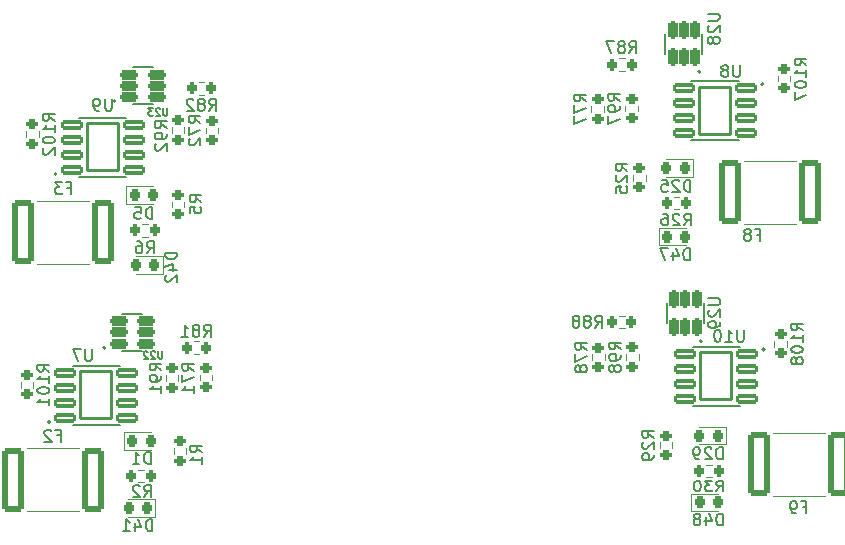
<source format=gbr>
%TF.GenerationSoftware,KiCad,Pcbnew,7.0.7*%
%TF.CreationDate,2023-10-23T22:40:38-07:00*%
%TF.ProjectId,MOSFET-board,4d4f5346-4554-42d6-926f-6172642e6b69,rev?*%
%TF.SameCoordinates,Original*%
%TF.FileFunction,Legend,Bot*%
%TF.FilePolarity,Positive*%
%FSLAX46Y46*%
G04 Gerber Fmt 4.6, Leading zero omitted, Abs format (unit mm)*
G04 Created by KiCad (PCBNEW 7.0.7) date 2023-10-23 22:40:38*
%MOMM*%
%LPD*%
G01*
G04 APERTURE LIST*
G04 Aperture macros list*
%AMRoundRect*
0 Rectangle with rounded corners*
0 $1 Rounding radius*
0 $2 $3 $4 $5 $6 $7 $8 $9 X,Y pos of 4 corners*
0 Add a 4 corners polygon primitive as box body*
4,1,4,$2,$3,$4,$5,$6,$7,$8,$9,$2,$3,0*
0 Add four circle primitives for the rounded corners*
1,1,$1+$1,$2,$3*
1,1,$1+$1,$4,$5*
1,1,$1+$1,$6,$7*
1,1,$1+$1,$8,$9*
0 Add four rect primitives between the rounded corners*
20,1,$1+$1,$2,$3,$4,$5,0*
20,1,$1+$1,$4,$5,$6,$7,0*
20,1,$1+$1,$6,$7,$8,$9,0*
20,1,$1+$1,$8,$9,$2,$3,0*%
G04 Aperture macros list end*
%ADD10C,0.150000*%
%ADD11C,0.127000*%
%ADD12C,0.120000*%
%ADD13C,0.200000*%
%ADD14C,1.560000*%
%ADD15R,1.560000X1.560000*%
%ADD16C,4.000000*%
%ADD17R,1.600000X1.600000*%
%ADD18C,1.600000*%
%ADD19R,0.700000X3.200000*%
%ADD20R,0.700000X4.300000*%
%ADD21RoundRect,0.250000X-0.712500X-2.475000X0.712500X-2.475000X0.712500X2.475000X-0.712500X2.475000X0*%
%ADD22RoundRect,0.200000X-0.275000X0.200000X-0.275000X-0.200000X0.275000X-0.200000X0.275000X0.200000X0*%
%ADD23RoundRect,0.200000X-0.200000X-0.275000X0.200000X-0.275000X0.200000X0.275000X-0.200000X0.275000X0*%
%ADD24RoundRect,0.218750X-0.218750X-0.256250X0.218750X-0.256250X0.218750X0.256250X-0.218750X0.256250X0*%
%ADD25RoundRect,0.200000X0.275000X-0.200000X0.275000X0.200000X-0.275000X0.200000X-0.275000X-0.200000X0*%
%ADD26RoundRect,0.218750X0.218750X0.256250X-0.218750X0.256250X-0.218750X-0.256250X0.218750X-0.256250X0*%
%ADD27RoundRect,0.190500X0.206500X-0.606500X0.206500X0.606500X-0.206500X0.606500X-0.206500X-0.606500X0*%
%ADD28RoundRect,0.141900X-0.800100X-0.245100X0.800100X-0.245100X0.800100X0.245100X-0.800100X0.245100X0*%
%ADD29RoundRect,0.102000X-1.325000X-2.000000X1.325000X-2.000000X1.325000X2.000000X-1.325000X2.000000X0*%
%ADD30RoundRect,0.250000X0.712500X2.475000X-0.712500X2.475000X-0.712500X-2.475000X0.712500X-2.475000X0*%
%ADD31RoundRect,0.200000X0.200000X0.275000X-0.200000X0.275000X-0.200000X-0.275000X0.200000X-0.275000X0*%
%ADD32RoundRect,0.190500X-0.606500X-0.206500X0.606500X-0.206500X0.606500X0.206500X-0.606500X0.206500X0*%
%ADD33RoundRect,0.141900X0.800100X0.245100X-0.800100X0.245100X-0.800100X-0.245100X0.800100X-0.245100X0*%
%ADD34RoundRect,0.102000X1.325000X2.000000X-1.325000X2.000000X-1.325000X-2.000000X1.325000X-2.000000X0*%
G04 APERTURE END LIST*
D10*
X190513333Y-98476009D02*
X190846666Y-98476009D01*
X190846666Y-98999819D02*
X190846666Y-97999819D01*
X190846666Y-97999819D02*
X190370476Y-97999819D01*
X189846666Y-98428390D02*
X189941904Y-98380771D01*
X189941904Y-98380771D02*
X189989523Y-98333152D01*
X189989523Y-98333152D02*
X190037142Y-98237914D01*
X190037142Y-98237914D02*
X190037142Y-98190295D01*
X190037142Y-98190295D02*
X189989523Y-98095057D01*
X189989523Y-98095057D02*
X189941904Y-98047438D01*
X189941904Y-98047438D02*
X189846666Y-97999819D01*
X189846666Y-97999819D02*
X189656190Y-97999819D01*
X189656190Y-97999819D02*
X189560952Y-98047438D01*
X189560952Y-98047438D02*
X189513333Y-98095057D01*
X189513333Y-98095057D02*
X189465714Y-98190295D01*
X189465714Y-98190295D02*
X189465714Y-98237914D01*
X189465714Y-98237914D02*
X189513333Y-98333152D01*
X189513333Y-98333152D02*
X189560952Y-98380771D01*
X189560952Y-98380771D02*
X189656190Y-98428390D01*
X189656190Y-98428390D02*
X189846666Y-98428390D01*
X189846666Y-98428390D02*
X189941904Y-98476009D01*
X189941904Y-98476009D02*
X189989523Y-98523628D01*
X189989523Y-98523628D02*
X190037142Y-98618866D01*
X190037142Y-98618866D02*
X190037142Y-98809342D01*
X190037142Y-98809342D02*
X189989523Y-98904580D01*
X189989523Y-98904580D02*
X189941904Y-98952200D01*
X189941904Y-98952200D02*
X189846666Y-98999819D01*
X189846666Y-98999819D02*
X189656190Y-98999819D01*
X189656190Y-98999819D02*
X189560952Y-98952200D01*
X189560952Y-98952200D02*
X189513333Y-98904580D01*
X189513333Y-98904580D02*
X189465714Y-98809342D01*
X189465714Y-98809342D02*
X189465714Y-98618866D01*
X189465714Y-98618866D02*
X189513333Y-98523628D01*
X189513333Y-98523628D02*
X189560952Y-98476009D01*
X189560952Y-98476009D02*
X189656190Y-98428390D01*
X178954819Y-87127142D02*
X178478628Y-86793809D01*
X178954819Y-86555714D02*
X177954819Y-86555714D01*
X177954819Y-86555714D02*
X177954819Y-86936666D01*
X177954819Y-86936666D02*
X178002438Y-87031904D01*
X178002438Y-87031904D02*
X178050057Y-87079523D01*
X178050057Y-87079523D02*
X178145295Y-87127142D01*
X178145295Y-87127142D02*
X178288152Y-87127142D01*
X178288152Y-87127142D02*
X178383390Y-87079523D01*
X178383390Y-87079523D02*
X178431009Y-87031904D01*
X178431009Y-87031904D02*
X178478628Y-86936666D01*
X178478628Y-86936666D02*
X178478628Y-86555714D01*
X178954819Y-87603333D02*
X178954819Y-87793809D01*
X178954819Y-87793809D02*
X178907200Y-87889047D01*
X178907200Y-87889047D02*
X178859580Y-87936666D01*
X178859580Y-87936666D02*
X178716723Y-88031904D01*
X178716723Y-88031904D02*
X178526247Y-88079523D01*
X178526247Y-88079523D02*
X178145295Y-88079523D01*
X178145295Y-88079523D02*
X178050057Y-88031904D01*
X178050057Y-88031904D02*
X178002438Y-87984285D01*
X178002438Y-87984285D02*
X177954819Y-87889047D01*
X177954819Y-87889047D02*
X177954819Y-87698571D01*
X177954819Y-87698571D02*
X178002438Y-87603333D01*
X178002438Y-87603333D02*
X178050057Y-87555714D01*
X178050057Y-87555714D02*
X178145295Y-87508095D01*
X178145295Y-87508095D02*
X178383390Y-87508095D01*
X178383390Y-87508095D02*
X178478628Y-87555714D01*
X178478628Y-87555714D02*
X178526247Y-87603333D01*
X178526247Y-87603333D02*
X178573866Y-87698571D01*
X178573866Y-87698571D02*
X178573866Y-87889047D01*
X178573866Y-87889047D02*
X178526247Y-87984285D01*
X178526247Y-87984285D02*
X178478628Y-88031904D01*
X178478628Y-88031904D02*
X178383390Y-88079523D01*
X177954819Y-88412857D02*
X177954819Y-89079523D01*
X177954819Y-89079523D02*
X178954819Y-88650952D01*
X184372857Y-97679819D02*
X184706190Y-97203628D01*
X184944285Y-97679819D02*
X184944285Y-96679819D01*
X184944285Y-96679819D02*
X184563333Y-96679819D01*
X184563333Y-96679819D02*
X184468095Y-96727438D01*
X184468095Y-96727438D02*
X184420476Y-96775057D01*
X184420476Y-96775057D02*
X184372857Y-96870295D01*
X184372857Y-96870295D02*
X184372857Y-97013152D01*
X184372857Y-97013152D02*
X184420476Y-97108390D01*
X184420476Y-97108390D02*
X184468095Y-97156009D01*
X184468095Y-97156009D02*
X184563333Y-97203628D01*
X184563333Y-97203628D02*
X184944285Y-97203628D01*
X183991904Y-96775057D02*
X183944285Y-96727438D01*
X183944285Y-96727438D02*
X183849047Y-96679819D01*
X183849047Y-96679819D02*
X183610952Y-96679819D01*
X183610952Y-96679819D02*
X183515714Y-96727438D01*
X183515714Y-96727438D02*
X183468095Y-96775057D01*
X183468095Y-96775057D02*
X183420476Y-96870295D01*
X183420476Y-96870295D02*
X183420476Y-96965533D01*
X183420476Y-96965533D02*
X183468095Y-97108390D01*
X183468095Y-97108390D02*
X184039523Y-97679819D01*
X184039523Y-97679819D02*
X183420476Y-97679819D01*
X182563333Y-96679819D02*
X182753809Y-96679819D01*
X182753809Y-96679819D02*
X182849047Y-96727438D01*
X182849047Y-96727438D02*
X182896666Y-96775057D01*
X182896666Y-96775057D02*
X182991904Y-96917914D01*
X182991904Y-96917914D02*
X183039523Y-97108390D01*
X183039523Y-97108390D02*
X183039523Y-97489342D01*
X183039523Y-97489342D02*
X182991904Y-97584580D01*
X182991904Y-97584580D02*
X182944285Y-97632200D01*
X182944285Y-97632200D02*
X182849047Y-97679819D01*
X182849047Y-97679819D02*
X182658571Y-97679819D01*
X182658571Y-97679819D02*
X182563333Y-97632200D01*
X182563333Y-97632200D02*
X182515714Y-97584580D01*
X182515714Y-97584580D02*
X182468095Y-97489342D01*
X182468095Y-97489342D02*
X182468095Y-97251247D01*
X182468095Y-97251247D02*
X182515714Y-97156009D01*
X182515714Y-97156009D02*
X182563333Y-97108390D01*
X182563333Y-97108390D02*
X182658571Y-97060771D01*
X182658571Y-97060771D02*
X182849047Y-97060771D01*
X182849047Y-97060771D02*
X182944285Y-97108390D01*
X182944285Y-97108390D02*
X182991904Y-97156009D01*
X182991904Y-97156009D02*
X183039523Y-97251247D01*
X187664285Y-123079819D02*
X187664285Y-122079819D01*
X187664285Y-122079819D02*
X187426190Y-122079819D01*
X187426190Y-122079819D02*
X187283333Y-122127438D01*
X187283333Y-122127438D02*
X187188095Y-122222676D01*
X187188095Y-122222676D02*
X187140476Y-122317914D01*
X187140476Y-122317914D02*
X187092857Y-122508390D01*
X187092857Y-122508390D02*
X187092857Y-122651247D01*
X187092857Y-122651247D02*
X187140476Y-122841723D01*
X187140476Y-122841723D02*
X187188095Y-122936961D01*
X187188095Y-122936961D02*
X187283333Y-123032200D01*
X187283333Y-123032200D02*
X187426190Y-123079819D01*
X187426190Y-123079819D02*
X187664285Y-123079819D01*
X186235714Y-122413152D02*
X186235714Y-123079819D01*
X186473809Y-122032200D02*
X186711904Y-122746485D01*
X186711904Y-122746485D02*
X186092857Y-122746485D01*
X185569047Y-122508390D02*
X185664285Y-122460771D01*
X185664285Y-122460771D02*
X185711904Y-122413152D01*
X185711904Y-122413152D02*
X185759523Y-122317914D01*
X185759523Y-122317914D02*
X185759523Y-122270295D01*
X185759523Y-122270295D02*
X185711904Y-122175057D01*
X185711904Y-122175057D02*
X185664285Y-122127438D01*
X185664285Y-122127438D02*
X185569047Y-122079819D01*
X185569047Y-122079819D02*
X185378571Y-122079819D01*
X185378571Y-122079819D02*
X185283333Y-122127438D01*
X185283333Y-122127438D02*
X185235714Y-122175057D01*
X185235714Y-122175057D02*
X185188095Y-122270295D01*
X185188095Y-122270295D02*
X185188095Y-122317914D01*
X185188095Y-122317914D02*
X185235714Y-122413152D01*
X185235714Y-122413152D02*
X185283333Y-122460771D01*
X185283333Y-122460771D02*
X185378571Y-122508390D01*
X185378571Y-122508390D02*
X185569047Y-122508390D01*
X185569047Y-122508390D02*
X185664285Y-122556009D01*
X185664285Y-122556009D02*
X185711904Y-122603628D01*
X185711904Y-122603628D02*
X185759523Y-122698866D01*
X185759523Y-122698866D02*
X185759523Y-122889342D01*
X185759523Y-122889342D02*
X185711904Y-122984580D01*
X185711904Y-122984580D02*
X185664285Y-123032200D01*
X185664285Y-123032200D02*
X185569047Y-123079819D01*
X185569047Y-123079819D02*
X185378571Y-123079819D01*
X185378571Y-123079819D02*
X185283333Y-123032200D01*
X185283333Y-123032200D02*
X185235714Y-122984580D01*
X185235714Y-122984580D02*
X185188095Y-122889342D01*
X185188095Y-122889342D02*
X185188095Y-122698866D01*
X185188095Y-122698866D02*
X185235714Y-122603628D01*
X185235714Y-122603628D02*
X185283333Y-122556009D01*
X185283333Y-122556009D02*
X185378571Y-122508390D01*
X194739819Y-84125952D02*
X194263628Y-83792619D01*
X194739819Y-83554524D02*
X193739819Y-83554524D01*
X193739819Y-83554524D02*
X193739819Y-83935476D01*
X193739819Y-83935476D02*
X193787438Y-84030714D01*
X193787438Y-84030714D02*
X193835057Y-84078333D01*
X193835057Y-84078333D02*
X193930295Y-84125952D01*
X193930295Y-84125952D02*
X194073152Y-84125952D01*
X194073152Y-84125952D02*
X194168390Y-84078333D01*
X194168390Y-84078333D02*
X194216009Y-84030714D01*
X194216009Y-84030714D02*
X194263628Y-83935476D01*
X194263628Y-83935476D02*
X194263628Y-83554524D01*
X194739819Y-85078333D02*
X194739819Y-84506905D01*
X194739819Y-84792619D02*
X193739819Y-84792619D01*
X193739819Y-84792619D02*
X193882676Y-84697381D01*
X193882676Y-84697381D02*
X193977914Y-84602143D01*
X193977914Y-84602143D02*
X194025533Y-84506905D01*
X193739819Y-85697381D02*
X193739819Y-85792619D01*
X193739819Y-85792619D02*
X193787438Y-85887857D01*
X193787438Y-85887857D02*
X193835057Y-85935476D01*
X193835057Y-85935476D02*
X193930295Y-85983095D01*
X193930295Y-85983095D02*
X194120771Y-86030714D01*
X194120771Y-86030714D02*
X194358866Y-86030714D01*
X194358866Y-86030714D02*
X194549342Y-85983095D01*
X194549342Y-85983095D02*
X194644580Y-85935476D01*
X194644580Y-85935476D02*
X194692200Y-85887857D01*
X194692200Y-85887857D02*
X194739819Y-85792619D01*
X194739819Y-85792619D02*
X194739819Y-85697381D01*
X194739819Y-85697381D02*
X194692200Y-85602143D01*
X194692200Y-85602143D02*
X194644580Y-85554524D01*
X194644580Y-85554524D02*
X194549342Y-85506905D01*
X194549342Y-85506905D02*
X194358866Y-85459286D01*
X194358866Y-85459286D02*
X194120771Y-85459286D01*
X194120771Y-85459286D02*
X193930295Y-85506905D01*
X193930295Y-85506905D02*
X193835057Y-85554524D01*
X193835057Y-85554524D02*
X193787438Y-85602143D01*
X193787438Y-85602143D02*
X193739819Y-85697381D01*
X193739819Y-86364048D02*
X193739819Y-87030714D01*
X193739819Y-87030714D02*
X194739819Y-86602143D01*
X194408333Y-121536009D02*
X194741666Y-121536009D01*
X194741666Y-122059819D02*
X194741666Y-121059819D01*
X194741666Y-121059819D02*
X194265476Y-121059819D01*
X193836904Y-122059819D02*
X193646428Y-122059819D01*
X193646428Y-122059819D02*
X193551190Y-122012200D01*
X193551190Y-122012200D02*
X193503571Y-121964580D01*
X193503571Y-121964580D02*
X193408333Y-121821723D01*
X193408333Y-121821723D02*
X193360714Y-121631247D01*
X193360714Y-121631247D02*
X193360714Y-121250295D01*
X193360714Y-121250295D02*
X193408333Y-121155057D01*
X193408333Y-121155057D02*
X193455952Y-121107438D01*
X193455952Y-121107438D02*
X193551190Y-121059819D01*
X193551190Y-121059819D02*
X193741666Y-121059819D01*
X193741666Y-121059819D02*
X193836904Y-121107438D01*
X193836904Y-121107438D02*
X193884523Y-121155057D01*
X193884523Y-121155057D02*
X193932142Y-121250295D01*
X193932142Y-121250295D02*
X193932142Y-121488390D01*
X193932142Y-121488390D02*
X193884523Y-121583628D01*
X193884523Y-121583628D02*
X193836904Y-121631247D01*
X193836904Y-121631247D02*
X193741666Y-121678866D01*
X193741666Y-121678866D02*
X193551190Y-121678866D01*
X193551190Y-121678866D02*
X193455952Y-121631247D01*
X193455952Y-121631247D02*
X193408333Y-121583628D01*
X193408333Y-121583628D02*
X193360714Y-121488390D01*
X176149819Y-108207142D02*
X175673628Y-107873809D01*
X176149819Y-107635714D02*
X175149819Y-107635714D01*
X175149819Y-107635714D02*
X175149819Y-108016666D01*
X175149819Y-108016666D02*
X175197438Y-108111904D01*
X175197438Y-108111904D02*
X175245057Y-108159523D01*
X175245057Y-108159523D02*
X175340295Y-108207142D01*
X175340295Y-108207142D02*
X175483152Y-108207142D01*
X175483152Y-108207142D02*
X175578390Y-108159523D01*
X175578390Y-108159523D02*
X175626009Y-108111904D01*
X175626009Y-108111904D02*
X175673628Y-108016666D01*
X175673628Y-108016666D02*
X175673628Y-107635714D01*
X175149819Y-108540476D02*
X175149819Y-109207142D01*
X175149819Y-109207142D02*
X176149819Y-108778571D01*
X175578390Y-109730952D02*
X175530771Y-109635714D01*
X175530771Y-109635714D02*
X175483152Y-109588095D01*
X175483152Y-109588095D02*
X175387914Y-109540476D01*
X175387914Y-109540476D02*
X175340295Y-109540476D01*
X175340295Y-109540476D02*
X175245057Y-109588095D01*
X175245057Y-109588095D02*
X175197438Y-109635714D01*
X175197438Y-109635714D02*
X175149819Y-109730952D01*
X175149819Y-109730952D02*
X175149819Y-109921428D01*
X175149819Y-109921428D02*
X175197438Y-110016666D01*
X175197438Y-110016666D02*
X175245057Y-110064285D01*
X175245057Y-110064285D02*
X175340295Y-110111904D01*
X175340295Y-110111904D02*
X175387914Y-110111904D01*
X175387914Y-110111904D02*
X175483152Y-110064285D01*
X175483152Y-110064285D02*
X175530771Y-110016666D01*
X175530771Y-110016666D02*
X175578390Y-109921428D01*
X175578390Y-109921428D02*
X175578390Y-109730952D01*
X175578390Y-109730952D02*
X175626009Y-109635714D01*
X175626009Y-109635714D02*
X175673628Y-109588095D01*
X175673628Y-109588095D02*
X175768866Y-109540476D01*
X175768866Y-109540476D02*
X175959342Y-109540476D01*
X175959342Y-109540476D02*
X176054580Y-109588095D01*
X176054580Y-109588095D02*
X176102200Y-109635714D01*
X176102200Y-109635714D02*
X176149819Y-109730952D01*
X176149819Y-109730952D02*
X176149819Y-109921428D01*
X176149819Y-109921428D02*
X176102200Y-110016666D01*
X176102200Y-110016666D02*
X176054580Y-110064285D01*
X176054580Y-110064285D02*
X175959342Y-110111904D01*
X175959342Y-110111904D02*
X175768866Y-110111904D01*
X175768866Y-110111904D02*
X175673628Y-110064285D01*
X175673628Y-110064285D02*
X175626009Y-110016666D01*
X175626009Y-110016666D02*
X175578390Y-109921428D01*
X143579819Y-116908333D02*
X143103628Y-116575000D01*
X143579819Y-116336905D02*
X142579819Y-116336905D01*
X142579819Y-116336905D02*
X142579819Y-116717857D01*
X142579819Y-116717857D02*
X142627438Y-116813095D01*
X142627438Y-116813095D02*
X142675057Y-116860714D01*
X142675057Y-116860714D02*
X142770295Y-116908333D01*
X142770295Y-116908333D02*
X142913152Y-116908333D01*
X142913152Y-116908333D02*
X143008390Y-116860714D01*
X143008390Y-116860714D02*
X143056009Y-116813095D01*
X143056009Y-116813095D02*
X143103628Y-116717857D01*
X143103628Y-116717857D02*
X143103628Y-116336905D01*
X143579819Y-117860714D02*
X143579819Y-117289286D01*
X143579819Y-117575000D02*
X142579819Y-117575000D01*
X142579819Y-117575000D02*
X142722676Y-117479762D01*
X142722676Y-117479762D02*
X142817914Y-117384524D01*
X142817914Y-117384524D02*
X142865533Y-117289286D01*
X142879819Y-109982142D02*
X142403628Y-109648809D01*
X142879819Y-109410714D02*
X141879819Y-109410714D01*
X141879819Y-109410714D02*
X141879819Y-109791666D01*
X141879819Y-109791666D02*
X141927438Y-109886904D01*
X141927438Y-109886904D02*
X141975057Y-109934523D01*
X141975057Y-109934523D02*
X142070295Y-109982142D01*
X142070295Y-109982142D02*
X142213152Y-109982142D01*
X142213152Y-109982142D02*
X142308390Y-109934523D01*
X142308390Y-109934523D02*
X142356009Y-109886904D01*
X142356009Y-109886904D02*
X142403628Y-109791666D01*
X142403628Y-109791666D02*
X142403628Y-109410714D01*
X141879819Y-110315476D02*
X141879819Y-110982142D01*
X141879819Y-110982142D02*
X142879819Y-110553571D01*
X142879819Y-111886904D02*
X142879819Y-111315476D01*
X142879819Y-111601190D02*
X141879819Y-111601190D01*
X141879819Y-111601190D02*
X142022676Y-111505952D01*
X142022676Y-111505952D02*
X142117914Y-111410714D01*
X142117914Y-111410714D02*
X142165533Y-111315476D01*
X184919285Y-94824819D02*
X184919285Y-93824819D01*
X184919285Y-93824819D02*
X184681190Y-93824819D01*
X184681190Y-93824819D02*
X184538333Y-93872438D01*
X184538333Y-93872438D02*
X184443095Y-93967676D01*
X184443095Y-93967676D02*
X184395476Y-94062914D01*
X184395476Y-94062914D02*
X184347857Y-94253390D01*
X184347857Y-94253390D02*
X184347857Y-94396247D01*
X184347857Y-94396247D02*
X184395476Y-94586723D01*
X184395476Y-94586723D02*
X184443095Y-94681961D01*
X184443095Y-94681961D02*
X184538333Y-94777200D01*
X184538333Y-94777200D02*
X184681190Y-94824819D01*
X184681190Y-94824819D02*
X184919285Y-94824819D01*
X183966904Y-93920057D02*
X183919285Y-93872438D01*
X183919285Y-93872438D02*
X183824047Y-93824819D01*
X183824047Y-93824819D02*
X183585952Y-93824819D01*
X183585952Y-93824819D02*
X183490714Y-93872438D01*
X183490714Y-93872438D02*
X183443095Y-93920057D01*
X183443095Y-93920057D02*
X183395476Y-94015295D01*
X183395476Y-94015295D02*
X183395476Y-94110533D01*
X183395476Y-94110533D02*
X183443095Y-94253390D01*
X183443095Y-94253390D02*
X184014523Y-94824819D01*
X184014523Y-94824819D02*
X183395476Y-94824819D01*
X182490714Y-93824819D02*
X182966904Y-93824819D01*
X182966904Y-93824819D02*
X183014523Y-94301009D01*
X183014523Y-94301009D02*
X182966904Y-94253390D01*
X182966904Y-94253390D02*
X182871666Y-94205771D01*
X182871666Y-94205771D02*
X182633571Y-94205771D01*
X182633571Y-94205771D02*
X182538333Y-94253390D01*
X182538333Y-94253390D02*
X182490714Y-94301009D01*
X182490714Y-94301009D02*
X182443095Y-94396247D01*
X182443095Y-94396247D02*
X182443095Y-94634342D01*
X182443095Y-94634342D02*
X182490714Y-94729580D01*
X182490714Y-94729580D02*
X182538333Y-94777200D01*
X182538333Y-94777200D02*
X182633571Y-94824819D01*
X182633571Y-94824819D02*
X182871666Y-94824819D01*
X182871666Y-94824819D02*
X182966904Y-94777200D01*
X182966904Y-94777200D02*
X183014523Y-94729580D01*
X186444819Y-103844405D02*
X187254342Y-103844405D01*
X187254342Y-103844405D02*
X187349580Y-103892024D01*
X187349580Y-103892024D02*
X187397200Y-103939643D01*
X187397200Y-103939643D02*
X187444819Y-104034881D01*
X187444819Y-104034881D02*
X187444819Y-104225357D01*
X187444819Y-104225357D02*
X187397200Y-104320595D01*
X187397200Y-104320595D02*
X187349580Y-104368214D01*
X187349580Y-104368214D02*
X187254342Y-104415833D01*
X187254342Y-104415833D02*
X186444819Y-104415833D01*
X186540057Y-104844405D02*
X186492438Y-104892024D01*
X186492438Y-104892024D02*
X186444819Y-104987262D01*
X186444819Y-104987262D02*
X186444819Y-105225357D01*
X186444819Y-105225357D02*
X186492438Y-105320595D01*
X186492438Y-105320595D02*
X186540057Y-105368214D01*
X186540057Y-105368214D02*
X186635295Y-105415833D01*
X186635295Y-105415833D02*
X186730533Y-105415833D01*
X186730533Y-105415833D02*
X186873390Y-105368214D01*
X186873390Y-105368214D02*
X187444819Y-104796786D01*
X187444819Y-104796786D02*
X187444819Y-105415833D01*
X187444819Y-105892024D02*
X187444819Y-106082500D01*
X187444819Y-106082500D02*
X187397200Y-106177738D01*
X187397200Y-106177738D02*
X187349580Y-106225357D01*
X187349580Y-106225357D02*
X187206723Y-106320595D01*
X187206723Y-106320595D02*
X187016247Y-106368214D01*
X187016247Y-106368214D02*
X186635295Y-106368214D01*
X186635295Y-106368214D02*
X186540057Y-106320595D01*
X186540057Y-106320595D02*
X186492438Y-106272976D01*
X186492438Y-106272976D02*
X186444819Y-106177738D01*
X186444819Y-106177738D02*
X186444819Y-105987262D01*
X186444819Y-105987262D02*
X186492438Y-105892024D01*
X186492438Y-105892024D02*
X186540057Y-105844405D01*
X186540057Y-105844405D02*
X186635295Y-105796786D01*
X186635295Y-105796786D02*
X186873390Y-105796786D01*
X186873390Y-105796786D02*
X186968628Y-105844405D01*
X186968628Y-105844405D02*
X187016247Y-105892024D01*
X187016247Y-105892024D02*
X187063866Y-105987262D01*
X187063866Y-105987262D02*
X187063866Y-106177738D01*
X187063866Y-106177738D02*
X187016247Y-106272976D01*
X187016247Y-106272976D02*
X186968628Y-106320595D01*
X186968628Y-106320595D02*
X186873390Y-106368214D01*
X134241904Y-108164819D02*
X134241904Y-108974342D01*
X134241904Y-108974342D02*
X134194285Y-109069580D01*
X134194285Y-109069580D02*
X134146666Y-109117200D01*
X134146666Y-109117200D02*
X134051428Y-109164819D01*
X134051428Y-109164819D02*
X133860952Y-109164819D01*
X133860952Y-109164819D02*
X133765714Y-109117200D01*
X133765714Y-109117200D02*
X133718095Y-109069580D01*
X133718095Y-109069580D02*
X133670476Y-108974342D01*
X133670476Y-108974342D02*
X133670476Y-108164819D01*
X133289523Y-108164819D02*
X132622857Y-108164819D01*
X132622857Y-108164819D02*
X133051428Y-109164819D01*
X131274404Y-115465008D02*
X131607737Y-115465008D01*
X131607737Y-115988818D02*
X131607737Y-114988818D01*
X131607737Y-114988818D02*
X131131547Y-114988818D01*
X130798213Y-115084056D02*
X130750594Y-115036437D01*
X130750594Y-115036437D02*
X130655356Y-114988818D01*
X130655356Y-114988818D02*
X130417261Y-114988818D01*
X130417261Y-114988818D02*
X130322023Y-115036437D01*
X130322023Y-115036437D02*
X130274404Y-115084056D01*
X130274404Y-115084056D02*
X130226785Y-115179294D01*
X130226785Y-115179294D02*
X130226785Y-115274532D01*
X130226785Y-115274532D02*
X130274404Y-115417389D01*
X130274404Y-115417389D02*
X130845832Y-115988818D01*
X130845832Y-115988818D02*
X130226785Y-115988818D01*
X184864285Y-100629819D02*
X184864285Y-99629819D01*
X184864285Y-99629819D02*
X184626190Y-99629819D01*
X184626190Y-99629819D02*
X184483333Y-99677438D01*
X184483333Y-99677438D02*
X184388095Y-99772676D01*
X184388095Y-99772676D02*
X184340476Y-99867914D01*
X184340476Y-99867914D02*
X184292857Y-100058390D01*
X184292857Y-100058390D02*
X184292857Y-100201247D01*
X184292857Y-100201247D02*
X184340476Y-100391723D01*
X184340476Y-100391723D02*
X184388095Y-100486961D01*
X184388095Y-100486961D02*
X184483333Y-100582200D01*
X184483333Y-100582200D02*
X184626190Y-100629819D01*
X184626190Y-100629819D02*
X184864285Y-100629819D01*
X183435714Y-99963152D02*
X183435714Y-100629819D01*
X183673809Y-99582200D02*
X183911904Y-100296485D01*
X183911904Y-100296485D02*
X183292857Y-100296485D01*
X183007142Y-99629819D02*
X182340476Y-99629819D01*
X182340476Y-99629819D02*
X182769047Y-100629819D01*
X176079819Y-87177142D02*
X175603628Y-86843809D01*
X176079819Y-86605714D02*
X175079819Y-86605714D01*
X175079819Y-86605714D02*
X175079819Y-86986666D01*
X175079819Y-86986666D02*
X175127438Y-87081904D01*
X175127438Y-87081904D02*
X175175057Y-87129523D01*
X175175057Y-87129523D02*
X175270295Y-87177142D01*
X175270295Y-87177142D02*
X175413152Y-87177142D01*
X175413152Y-87177142D02*
X175508390Y-87129523D01*
X175508390Y-87129523D02*
X175556009Y-87081904D01*
X175556009Y-87081904D02*
X175603628Y-86986666D01*
X175603628Y-86986666D02*
X175603628Y-86605714D01*
X175079819Y-87510476D02*
X175079819Y-88177142D01*
X175079819Y-88177142D02*
X176079819Y-87748571D01*
X175079819Y-88462857D02*
X175079819Y-89129523D01*
X175079819Y-89129523D02*
X176079819Y-88700952D01*
X143509569Y-95719333D02*
X143033378Y-95386000D01*
X143509569Y-95147905D02*
X142509569Y-95147905D01*
X142509569Y-95147905D02*
X142509569Y-95528857D01*
X142509569Y-95528857D02*
X142557188Y-95624095D01*
X142557188Y-95624095D02*
X142604807Y-95671714D01*
X142604807Y-95671714D02*
X142700045Y-95719333D01*
X142700045Y-95719333D02*
X142842902Y-95719333D01*
X142842902Y-95719333D02*
X142938140Y-95671714D01*
X142938140Y-95671714D02*
X142985759Y-95624095D01*
X142985759Y-95624095D02*
X143033378Y-95528857D01*
X143033378Y-95528857D02*
X143033378Y-95147905D01*
X142509569Y-96624095D02*
X142509569Y-96147905D01*
X142509569Y-96147905D02*
X142985759Y-96100286D01*
X142985759Y-96100286D02*
X142938140Y-96147905D01*
X142938140Y-96147905D02*
X142890521Y-96243143D01*
X142890521Y-96243143D02*
X142890521Y-96481238D01*
X142890521Y-96481238D02*
X142938140Y-96576476D01*
X142938140Y-96576476D02*
X142985759Y-96624095D01*
X142985759Y-96624095D02*
X143080997Y-96671714D01*
X143080997Y-96671714D02*
X143319092Y-96671714D01*
X143319092Y-96671714D02*
X143414330Y-96624095D01*
X143414330Y-96624095D02*
X143461950Y-96576476D01*
X143461950Y-96576476D02*
X143509569Y-96481238D01*
X143509569Y-96481238D02*
X143509569Y-96243143D01*
X143509569Y-96243143D02*
X143461950Y-96147905D01*
X143461950Y-96147905D02*
X143414330Y-96100286D01*
X176842857Y-106329819D02*
X177176190Y-105853628D01*
X177414285Y-106329819D02*
X177414285Y-105329819D01*
X177414285Y-105329819D02*
X177033333Y-105329819D01*
X177033333Y-105329819D02*
X176938095Y-105377438D01*
X176938095Y-105377438D02*
X176890476Y-105425057D01*
X176890476Y-105425057D02*
X176842857Y-105520295D01*
X176842857Y-105520295D02*
X176842857Y-105663152D01*
X176842857Y-105663152D02*
X176890476Y-105758390D01*
X176890476Y-105758390D02*
X176938095Y-105806009D01*
X176938095Y-105806009D02*
X177033333Y-105853628D01*
X177033333Y-105853628D02*
X177414285Y-105853628D01*
X176271428Y-105758390D02*
X176366666Y-105710771D01*
X176366666Y-105710771D02*
X176414285Y-105663152D01*
X176414285Y-105663152D02*
X176461904Y-105567914D01*
X176461904Y-105567914D02*
X176461904Y-105520295D01*
X176461904Y-105520295D02*
X176414285Y-105425057D01*
X176414285Y-105425057D02*
X176366666Y-105377438D01*
X176366666Y-105377438D02*
X176271428Y-105329819D01*
X176271428Y-105329819D02*
X176080952Y-105329819D01*
X176080952Y-105329819D02*
X175985714Y-105377438D01*
X175985714Y-105377438D02*
X175938095Y-105425057D01*
X175938095Y-105425057D02*
X175890476Y-105520295D01*
X175890476Y-105520295D02*
X175890476Y-105567914D01*
X175890476Y-105567914D02*
X175938095Y-105663152D01*
X175938095Y-105663152D02*
X175985714Y-105710771D01*
X175985714Y-105710771D02*
X176080952Y-105758390D01*
X176080952Y-105758390D02*
X176271428Y-105758390D01*
X176271428Y-105758390D02*
X176366666Y-105806009D01*
X176366666Y-105806009D02*
X176414285Y-105853628D01*
X176414285Y-105853628D02*
X176461904Y-105948866D01*
X176461904Y-105948866D02*
X176461904Y-106139342D01*
X176461904Y-106139342D02*
X176414285Y-106234580D01*
X176414285Y-106234580D02*
X176366666Y-106282200D01*
X176366666Y-106282200D02*
X176271428Y-106329819D01*
X176271428Y-106329819D02*
X176080952Y-106329819D01*
X176080952Y-106329819D02*
X175985714Y-106282200D01*
X175985714Y-106282200D02*
X175938095Y-106234580D01*
X175938095Y-106234580D02*
X175890476Y-106139342D01*
X175890476Y-106139342D02*
X175890476Y-105948866D01*
X175890476Y-105948866D02*
X175938095Y-105853628D01*
X175938095Y-105853628D02*
X175985714Y-105806009D01*
X175985714Y-105806009D02*
X176080952Y-105758390D01*
X175319047Y-105758390D02*
X175414285Y-105710771D01*
X175414285Y-105710771D02*
X175461904Y-105663152D01*
X175461904Y-105663152D02*
X175509523Y-105567914D01*
X175509523Y-105567914D02*
X175509523Y-105520295D01*
X175509523Y-105520295D02*
X175461904Y-105425057D01*
X175461904Y-105425057D02*
X175414285Y-105377438D01*
X175414285Y-105377438D02*
X175319047Y-105329819D01*
X175319047Y-105329819D02*
X175128571Y-105329819D01*
X175128571Y-105329819D02*
X175033333Y-105377438D01*
X175033333Y-105377438D02*
X174985714Y-105425057D01*
X174985714Y-105425057D02*
X174938095Y-105520295D01*
X174938095Y-105520295D02*
X174938095Y-105567914D01*
X174938095Y-105567914D02*
X174985714Y-105663152D01*
X174985714Y-105663152D02*
X175033333Y-105710771D01*
X175033333Y-105710771D02*
X175128571Y-105758390D01*
X175128571Y-105758390D02*
X175319047Y-105758390D01*
X175319047Y-105758390D02*
X175414285Y-105806009D01*
X175414285Y-105806009D02*
X175461904Y-105853628D01*
X175461904Y-105853628D02*
X175509523Y-105948866D01*
X175509523Y-105948866D02*
X175509523Y-106139342D01*
X175509523Y-106139342D02*
X175461904Y-106234580D01*
X175461904Y-106234580D02*
X175414285Y-106282200D01*
X175414285Y-106282200D02*
X175319047Y-106329819D01*
X175319047Y-106329819D02*
X175128571Y-106329819D01*
X175128571Y-106329819D02*
X175033333Y-106282200D01*
X175033333Y-106282200D02*
X174985714Y-106234580D01*
X174985714Y-106234580D02*
X174938095Y-106139342D01*
X174938095Y-106139342D02*
X174938095Y-105948866D01*
X174938095Y-105948866D02*
X174985714Y-105853628D01*
X174985714Y-105853628D02*
X175033333Y-105806009D01*
X175033333Y-105806009D02*
X175128571Y-105758390D01*
X139367844Y-97140819D02*
X139367844Y-96140819D01*
X139367844Y-96140819D02*
X139129749Y-96140819D01*
X139129749Y-96140819D02*
X138986892Y-96188438D01*
X138986892Y-96188438D02*
X138891654Y-96283676D01*
X138891654Y-96283676D02*
X138844035Y-96378914D01*
X138844035Y-96378914D02*
X138796416Y-96569390D01*
X138796416Y-96569390D02*
X138796416Y-96712247D01*
X138796416Y-96712247D02*
X138844035Y-96902723D01*
X138844035Y-96902723D02*
X138891654Y-96997961D01*
X138891654Y-96997961D02*
X138986892Y-97093200D01*
X138986892Y-97093200D02*
X139129749Y-97140819D01*
X139129749Y-97140819D02*
X139367844Y-97140819D01*
X137891654Y-96140819D02*
X138367844Y-96140819D01*
X138367844Y-96140819D02*
X138415463Y-96617009D01*
X138415463Y-96617009D02*
X138367844Y-96569390D01*
X138367844Y-96569390D02*
X138272606Y-96521771D01*
X138272606Y-96521771D02*
X138034511Y-96521771D01*
X138034511Y-96521771D02*
X137939273Y-96569390D01*
X137939273Y-96569390D02*
X137891654Y-96617009D01*
X137891654Y-96617009D02*
X137844035Y-96712247D01*
X137844035Y-96712247D02*
X137844035Y-96950342D01*
X137844035Y-96950342D02*
X137891654Y-97045580D01*
X137891654Y-97045580D02*
X137939273Y-97093200D01*
X137939273Y-97093200D02*
X138034511Y-97140819D01*
X138034511Y-97140819D02*
X138272606Y-97140819D01*
X138272606Y-97140819D02*
X138367844Y-97093200D01*
X138367844Y-97093200D02*
X138415463Y-97045580D01*
X131089569Y-88841952D02*
X130613378Y-88508619D01*
X131089569Y-88270524D02*
X130089569Y-88270524D01*
X130089569Y-88270524D02*
X130089569Y-88651476D01*
X130089569Y-88651476D02*
X130137188Y-88746714D01*
X130137188Y-88746714D02*
X130184807Y-88794333D01*
X130184807Y-88794333D02*
X130280045Y-88841952D01*
X130280045Y-88841952D02*
X130422902Y-88841952D01*
X130422902Y-88841952D02*
X130518140Y-88794333D01*
X130518140Y-88794333D02*
X130565759Y-88746714D01*
X130565759Y-88746714D02*
X130613378Y-88651476D01*
X130613378Y-88651476D02*
X130613378Y-88270524D01*
X131089569Y-89794333D02*
X131089569Y-89222905D01*
X131089569Y-89508619D02*
X130089569Y-89508619D01*
X130089569Y-89508619D02*
X130232426Y-89413381D01*
X130232426Y-89413381D02*
X130327664Y-89318143D01*
X130327664Y-89318143D02*
X130375283Y-89222905D01*
X130089569Y-90413381D02*
X130089569Y-90508619D01*
X130089569Y-90508619D02*
X130137188Y-90603857D01*
X130137188Y-90603857D02*
X130184807Y-90651476D01*
X130184807Y-90651476D02*
X130280045Y-90699095D01*
X130280045Y-90699095D02*
X130470521Y-90746714D01*
X130470521Y-90746714D02*
X130708616Y-90746714D01*
X130708616Y-90746714D02*
X130899092Y-90699095D01*
X130899092Y-90699095D02*
X130994330Y-90651476D01*
X130994330Y-90651476D02*
X131041950Y-90603857D01*
X131041950Y-90603857D02*
X131089569Y-90508619D01*
X131089569Y-90508619D02*
X131089569Y-90413381D01*
X131089569Y-90413381D02*
X131041950Y-90318143D01*
X131041950Y-90318143D02*
X130994330Y-90270524D01*
X130994330Y-90270524D02*
X130899092Y-90222905D01*
X130899092Y-90222905D02*
X130708616Y-90175286D01*
X130708616Y-90175286D02*
X130470521Y-90175286D01*
X130470521Y-90175286D02*
X130280045Y-90222905D01*
X130280045Y-90222905D02*
X130184807Y-90270524D01*
X130184807Y-90270524D02*
X130137188Y-90318143D01*
X130137188Y-90318143D02*
X130089569Y-90413381D01*
X130184807Y-91127667D02*
X130137188Y-91175286D01*
X130137188Y-91175286D02*
X130089569Y-91270524D01*
X130089569Y-91270524D02*
X130089569Y-91508619D01*
X130089569Y-91508619D02*
X130137188Y-91603857D01*
X130137188Y-91603857D02*
X130184807Y-91651476D01*
X130184807Y-91651476D02*
X130280045Y-91699095D01*
X130280045Y-91699095D02*
X130375283Y-91699095D01*
X130375283Y-91699095D02*
X130518140Y-91651476D01*
X130518140Y-91651476D02*
X131089569Y-91080048D01*
X131089569Y-91080048D02*
X131089569Y-91699095D01*
X138670237Y-120679819D02*
X139003570Y-120203628D01*
X139241665Y-120679819D02*
X139241665Y-119679819D01*
X139241665Y-119679819D02*
X138860713Y-119679819D01*
X138860713Y-119679819D02*
X138765475Y-119727438D01*
X138765475Y-119727438D02*
X138717856Y-119775057D01*
X138717856Y-119775057D02*
X138670237Y-119870295D01*
X138670237Y-119870295D02*
X138670237Y-120013152D01*
X138670237Y-120013152D02*
X138717856Y-120108390D01*
X138717856Y-120108390D02*
X138765475Y-120156009D01*
X138765475Y-120156009D02*
X138860713Y-120203628D01*
X138860713Y-120203628D02*
X139241665Y-120203628D01*
X138289284Y-119775057D02*
X138241665Y-119727438D01*
X138241665Y-119727438D02*
X138146427Y-119679819D01*
X138146427Y-119679819D02*
X137908332Y-119679819D01*
X137908332Y-119679819D02*
X137813094Y-119727438D01*
X137813094Y-119727438D02*
X137765475Y-119775057D01*
X137765475Y-119775057D02*
X137717856Y-119870295D01*
X137717856Y-119870295D02*
X137717856Y-119965533D01*
X137717856Y-119965533D02*
X137765475Y-120108390D01*
X137765475Y-120108390D02*
X138336903Y-120679819D01*
X138336903Y-120679819D02*
X137717856Y-120679819D01*
X187117857Y-120203469D02*
X187451190Y-119780136D01*
X187689285Y-120203469D02*
X187689285Y-119314469D01*
X187689285Y-119314469D02*
X187308333Y-119314469D01*
X187308333Y-119314469D02*
X187213095Y-119356802D01*
X187213095Y-119356802D02*
X187165476Y-119399136D01*
X187165476Y-119399136D02*
X187117857Y-119483802D01*
X187117857Y-119483802D02*
X187117857Y-119610802D01*
X187117857Y-119610802D02*
X187165476Y-119695469D01*
X187165476Y-119695469D02*
X187213095Y-119737802D01*
X187213095Y-119737802D02*
X187308333Y-119780136D01*
X187308333Y-119780136D02*
X187689285Y-119780136D01*
X186784523Y-119314469D02*
X186165476Y-119314469D01*
X186165476Y-119314469D02*
X186498809Y-119653136D01*
X186498809Y-119653136D02*
X186355952Y-119653136D01*
X186355952Y-119653136D02*
X186260714Y-119695469D01*
X186260714Y-119695469D02*
X186213095Y-119737802D01*
X186213095Y-119737802D02*
X186165476Y-119822469D01*
X186165476Y-119822469D02*
X186165476Y-120034136D01*
X186165476Y-120034136D02*
X186213095Y-120118802D01*
X186213095Y-120118802D02*
X186260714Y-120161136D01*
X186260714Y-120161136D02*
X186355952Y-120203469D01*
X186355952Y-120203469D02*
X186641666Y-120203469D01*
X186641666Y-120203469D02*
X186736904Y-120161136D01*
X186736904Y-120161136D02*
X186784523Y-120118802D01*
X185546428Y-119314469D02*
X185451190Y-119314469D01*
X185451190Y-119314469D02*
X185355952Y-119356802D01*
X185355952Y-119356802D02*
X185308333Y-119399136D01*
X185308333Y-119399136D02*
X185260714Y-119483802D01*
X185260714Y-119483802D02*
X185213095Y-119653136D01*
X185213095Y-119653136D02*
X185213095Y-119864802D01*
X185213095Y-119864802D02*
X185260714Y-120034136D01*
X185260714Y-120034136D02*
X185308333Y-120118802D01*
X185308333Y-120118802D02*
X185355952Y-120161136D01*
X185355952Y-120161136D02*
X185451190Y-120203469D01*
X185451190Y-120203469D02*
X185546428Y-120203469D01*
X185546428Y-120203469D02*
X185641666Y-120161136D01*
X185641666Y-120161136D02*
X185689285Y-120118802D01*
X185689285Y-120118802D02*
X185736904Y-120034136D01*
X185736904Y-120034136D02*
X185784523Y-119864802D01*
X185784523Y-119864802D02*
X185784523Y-119653136D01*
X185784523Y-119653136D02*
X185736904Y-119483802D01*
X185736904Y-119483802D02*
X185689285Y-119399136D01*
X185689285Y-119399136D02*
X185641666Y-119356802D01*
X185641666Y-119356802D02*
X185546428Y-119314469D01*
X140113719Y-109957142D02*
X139654100Y-109623809D01*
X140113719Y-109385714D02*
X139148519Y-109385714D01*
X139148519Y-109385714D02*
X139148519Y-109766666D01*
X139148519Y-109766666D02*
X139194481Y-109861904D01*
X139194481Y-109861904D02*
X139240443Y-109909523D01*
X139240443Y-109909523D02*
X139332367Y-109957142D01*
X139332367Y-109957142D02*
X139470253Y-109957142D01*
X139470253Y-109957142D02*
X139562177Y-109909523D01*
X139562177Y-109909523D02*
X139608138Y-109861904D01*
X139608138Y-109861904D02*
X139654100Y-109766666D01*
X139654100Y-109766666D02*
X139654100Y-109385714D01*
X140113719Y-110433333D02*
X140113719Y-110623809D01*
X140113719Y-110623809D02*
X140067758Y-110719047D01*
X140067758Y-110719047D02*
X140021796Y-110766666D01*
X140021796Y-110766666D02*
X139883910Y-110861904D01*
X139883910Y-110861904D02*
X139700062Y-110909523D01*
X139700062Y-110909523D02*
X139332367Y-110909523D01*
X139332367Y-110909523D02*
X139240443Y-110861904D01*
X139240443Y-110861904D02*
X139194481Y-110814285D01*
X139194481Y-110814285D02*
X139148519Y-110719047D01*
X139148519Y-110719047D02*
X139148519Y-110528571D01*
X139148519Y-110528571D02*
X139194481Y-110433333D01*
X139194481Y-110433333D02*
X139240443Y-110385714D01*
X139240443Y-110385714D02*
X139332367Y-110338095D01*
X139332367Y-110338095D02*
X139562177Y-110338095D01*
X139562177Y-110338095D02*
X139654100Y-110385714D01*
X139654100Y-110385714D02*
X139700062Y-110433333D01*
X139700062Y-110433333D02*
X139746024Y-110528571D01*
X139746024Y-110528571D02*
X139746024Y-110719047D01*
X139746024Y-110719047D02*
X139700062Y-110814285D01*
X139700062Y-110814285D02*
X139654100Y-110861904D01*
X139654100Y-110861904D02*
X139562177Y-110909523D01*
X140113719Y-111861904D02*
X140113719Y-111290476D01*
X140113719Y-111576190D02*
X139148519Y-111576190D01*
X139148519Y-111576190D02*
X139286405Y-111480952D01*
X139286405Y-111480952D02*
X139378329Y-111385714D01*
X139378329Y-111385714D02*
X139424291Y-111290476D01*
X179747857Y-83094819D02*
X180081190Y-82618628D01*
X180319285Y-83094819D02*
X180319285Y-82094819D01*
X180319285Y-82094819D02*
X179938333Y-82094819D01*
X179938333Y-82094819D02*
X179843095Y-82142438D01*
X179843095Y-82142438D02*
X179795476Y-82190057D01*
X179795476Y-82190057D02*
X179747857Y-82285295D01*
X179747857Y-82285295D02*
X179747857Y-82428152D01*
X179747857Y-82428152D02*
X179795476Y-82523390D01*
X179795476Y-82523390D02*
X179843095Y-82571009D01*
X179843095Y-82571009D02*
X179938333Y-82618628D01*
X179938333Y-82618628D02*
X180319285Y-82618628D01*
X179176428Y-82523390D02*
X179271666Y-82475771D01*
X179271666Y-82475771D02*
X179319285Y-82428152D01*
X179319285Y-82428152D02*
X179366904Y-82332914D01*
X179366904Y-82332914D02*
X179366904Y-82285295D01*
X179366904Y-82285295D02*
X179319285Y-82190057D01*
X179319285Y-82190057D02*
X179271666Y-82142438D01*
X179271666Y-82142438D02*
X179176428Y-82094819D01*
X179176428Y-82094819D02*
X178985952Y-82094819D01*
X178985952Y-82094819D02*
X178890714Y-82142438D01*
X178890714Y-82142438D02*
X178843095Y-82190057D01*
X178843095Y-82190057D02*
X178795476Y-82285295D01*
X178795476Y-82285295D02*
X178795476Y-82332914D01*
X178795476Y-82332914D02*
X178843095Y-82428152D01*
X178843095Y-82428152D02*
X178890714Y-82475771D01*
X178890714Y-82475771D02*
X178985952Y-82523390D01*
X178985952Y-82523390D02*
X179176428Y-82523390D01*
X179176428Y-82523390D02*
X179271666Y-82571009D01*
X179271666Y-82571009D02*
X179319285Y-82618628D01*
X179319285Y-82618628D02*
X179366904Y-82713866D01*
X179366904Y-82713866D02*
X179366904Y-82904342D01*
X179366904Y-82904342D02*
X179319285Y-82999580D01*
X179319285Y-82999580D02*
X179271666Y-83047200D01*
X179271666Y-83047200D02*
X179176428Y-83094819D01*
X179176428Y-83094819D02*
X178985952Y-83094819D01*
X178985952Y-83094819D02*
X178890714Y-83047200D01*
X178890714Y-83047200D02*
X178843095Y-82999580D01*
X178843095Y-82999580D02*
X178795476Y-82904342D01*
X178795476Y-82904342D02*
X178795476Y-82713866D01*
X178795476Y-82713866D02*
X178843095Y-82618628D01*
X178843095Y-82618628D02*
X178890714Y-82571009D01*
X178890714Y-82571009D02*
X178985952Y-82523390D01*
X178462142Y-82094819D02*
X177795476Y-82094819D01*
X177795476Y-82094819D02*
X178224047Y-83094819D01*
X144172607Y-87970819D02*
X144505940Y-87494628D01*
X144744035Y-87970819D02*
X144744035Y-86970819D01*
X144744035Y-86970819D02*
X144363083Y-86970819D01*
X144363083Y-86970819D02*
X144267845Y-87018438D01*
X144267845Y-87018438D02*
X144220226Y-87066057D01*
X144220226Y-87066057D02*
X144172607Y-87161295D01*
X144172607Y-87161295D02*
X144172607Y-87304152D01*
X144172607Y-87304152D02*
X144220226Y-87399390D01*
X144220226Y-87399390D02*
X144267845Y-87447009D01*
X144267845Y-87447009D02*
X144363083Y-87494628D01*
X144363083Y-87494628D02*
X144744035Y-87494628D01*
X143601178Y-87399390D02*
X143696416Y-87351771D01*
X143696416Y-87351771D02*
X143744035Y-87304152D01*
X143744035Y-87304152D02*
X143791654Y-87208914D01*
X143791654Y-87208914D02*
X143791654Y-87161295D01*
X143791654Y-87161295D02*
X143744035Y-87066057D01*
X143744035Y-87066057D02*
X143696416Y-87018438D01*
X143696416Y-87018438D02*
X143601178Y-86970819D01*
X143601178Y-86970819D02*
X143410702Y-86970819D01*
X143410702Y-86970819D02*
X143315464Y-87018438D01*
X143315464Y-87018438D02*
X143267845Y-87066057D01*
X143267845Y-87066057D02*
X143220226Y-87161295D01*
X143220226Y-87161295D02*
X143220226Y-87208914D01*
X143220226Y-87208914D02*
X143267845Y-87304152D01*
X143267845Y-87304152D02*
X143315464Y-87351771D01*
X143315464Y-87351771D02*
X143410702Y-87399390D01*
X143410702Y-87399390D02*
X143601178Y-87399390D01*
X143601178Y-87399390D02*
X143696416Y-87447009D01*
X143696416Y-87447009D02*
X143744035Y-87494628D01*
X143744035Y-87494628D02*
X143791654Y-87589866D01*
X143791654Y-87589866D02*
X143791654Y-87780342D01*
X143791654Y-87780342D02*
X143744035Y-87875580D01*
X143744035Y-87875580D02*
X143696416Y-87923200D01*
X143696416Y-87923200D02*
X143601178Y-87970819D01*
X143601178Y-87970819D02*
X143410702Y-87970819D01*
X143410702Y-87970819D02*
X143315464Y-87923200D01*
X143315464Y-87923200D02*
X143267845Y-87875580D01*
X143267845Y-87875580D02*
X143220226Y-87780342D01*
X143220226Y-87780342D02*
X143220226Y-87589866D01*
X143220226Y-87589866D02*
X143267845Y-87494628D01*
X143267845Y-87494628D02*
X143315464Y-87447009D01*
X143315464Y-87447009D02*
X143410702Y-87399390D01*
X142839273Y-87066057D02*
X142791654Y-87018438D01*
X142791654Y-87018438D02*
X142696416Y-86970819D01*
X142696416Y-86970819D02*
X142458321Y-86970819D01*
X142458321Y-86970819D02*
X142363083Y-87018438D01*
X142363083Y-87018438D02*
X142315464Y-87066057D01*
X142315464Y-87066057D02*
X142267845Y-87161295D01*
X142267845Y-87161295D02*
X142267845Y-87256533D01*
X142267845Y-87256533D02*
X142315464Y-87399390D01*
X142315464Y-87399390D02*
X142886892Y-87970819D01*
X142886892Y-87970819D02*
X142267845Y-87970819D01*
X181829819Y-115657142D02*
X181353628Y-115323809D01*
X181829819Y-115085714D02*
X180829819Y-115085714D01*
X180829819Y-115085714D02*
X180829819Y-115466666D01*
X180829819Y-115466666D02*
X180877438Y-115561904D01*
X180877438Y-115561904D02*
X180925057Y-115609523D01*
X180925057Y-115609523D02*
X181020295Y-115657142D01*
X181020295Y-115657142D02*
X181163152Y-115657142D01*
X181163152Y-115657142D02*
X181258390Y-115609523D01*
X181258390Y-115609523D02*
X181306009Y-115561904D01*
X181306009Y-115561904D02*
X181353628Y-115466666D01*
X181353628Y-115466666D02*
X181353628Y-115085714D01*
X180925057Y-116038095D02*
X180877438Y-116085714D01*
X180877438Y-116085714D02*
X180829819Y-116180952D01*
X180829819Y-116180952D02*
X180829819Y-116419047D01*
X180829819Y-116419047D02*
X180877438Y-116514285D01*
X180877438Y-116514285D02*
X180925057Y-116561904D01*
X180925057Y-116561904D02*
X181020295Y-116609523D01*
X181020295Y-116609523D02*
X181115533Y-116609523D01*
X181115533Y-116609523D02*
X181258390Y-116561904D01*
X181258390Y-116561904D02*
X181829819Y-115990476D01*
X181829819Y-115990476D02*
X181829819Y-116609523D01*
X181829819Y-117085714D02*
X181829819Y-117276190D01*
X181829819Y-117276190D02*
X181782200Y-117371428D01*
X181782200Y-117371428D02*
X181734580Y-117419047D01*
X181734580Y-117419047D02*
X181591723Y-117514285D01*
X181591723Y-117514285D02*
X181401247Y-117561904D01*
X181401247Y-117561904D02*
X181020295Y-117561904D01*
X181020295Y-117561904D02*
X180925057Y-117514285D01*
X180925057Y-117514285D02*
X180877438Y-117466666D01*
X180877438Y-117466666D02*
X180829819Y-117371428D01*
X180829819Y-117371428D02*
X180829819Y-117180952D01*
X180829819Y-117180952D02*
X180877438Y-117085714D01*
X180877438Y-117085714D02*
X180925057Y-117038095D01*
X180925057Y-117038095D02*
X181020295Y-116990476D01*
X181020295Y-116990476D02*
X181258390Y-116990476D01*
X181258390Y-116990476D02*
X181353628Y-117038095D01*
X181353628Y-117038095D02*
X181401247Y-117085714D01*
X181401247Y-117085714D02*
X181448866Y-117180952D01*
X181448866Y-117180952D02*
X181448866Y-117371428D01*
X181448866Y-117371428D02*
X181401247Y-117466666D01*
X181401247Y-117466666D02*
X181353628Y-117514285D01*
X181353628Y-117514285D02*
X181258390Y-117561904D01*
X132163083Y-94512009D02*
X132496416Y-94512009D01*
X132496416Y-95035819D02*
X132496416Y-94035819D01*
X132496416Y-94035819D02*
X132020226Y-94035819D01*
X131734511Y-94035819D02*
X131115464Y-94035819D01*
X131115464Y-94035819D02*
X131448797Y-94416771D01*
X131448797Y-94416771D02*
X131305940Y-94416771D01*
X131305940Y-94416771D02*
X131210702Y-94464390D01*
X131210702Y-94464390D02*
X131163083Y-94512009D01*
X131163083Y-94512009D02*
X131115464Y-94607247D01*
X131115464Y-94607247D02*
X131115464Y-94845342D01*
X131115464Y-94845342D02*
X131163083Y-94940580D01*
X131163083Y-94940580D02*
X131210702Y-94988200D01*
X131210702Y-94988200D02*
X131305940Y-95035819D01*
X131305940Y-95035819D02*
X131591654Y-95035819D01*
X131591654Y-95035819D02*
X131686892Y-94988200D01*
X131686892Y-94988200D02*
X131734511Y-94940580D01*
X186384819Y-79774405D02*
X187194342Y-79774405D01*
X187194342Y-79774405D02*
X187289580Y-79822024D01*
X187289580Y-79822024D02*
X187337200Y-79869643D01*
X187337200Y-79869643D02*
X187384819Y-79964881D01*
X187384819Y-79964881D02*
X187384819Y-80155357D01*
X187384819Y-80155357D02*
X187337200Y-80250595D01*
X187337200Y-80250595D02*
X187289580Y-80298214D01*
X187289580Y-80298214D02*
X187194342Y-80345833D01*
X187194342Y-80345833D02*
X186384819Y-80345833D01*
X186480057Y-80774405D02*
X186432438Y-80822024D01*
X186432438Y-80822024D02*
X186384819Y-80917262D01*
X186384819Y-80917262D02*
X186384819Y-81155357D01*
X186384819Y-81155357D02*
X186432438Y-81250595D01*
X186432438Y-81250595D02*
X186480057Y-81298214D01*
X186480057Y-81298214D02*
X186575295Y-81345833D01*
X186575295Y-81345833D02*
X186670533Y-81345833D01*
X186670533Y-81345833D02*
X186813390Y-81298214D01*
X186813390Y-81298214D02*
X187384819Y-80726786D01*
X187384819Y-80726786D02*
X187384819Y-81345833D01*
X186813390Y-81917262D02*
X186765771Y-81822024D01*
X186765771Y-81822024D02*
X186718152Y-81774405D01*
X186718152Y-81774405D02*
X186622914Y-81726786D01*
X186622914Y-81726786D02*
X186575295Y-81726786D01*
X186575295Y-81726786D02*
X186480057Y-81774405D01*
X186480057Y-81774405D02*
X186432438Y-81822024D01*
X186432438Y-81822024D02*
X186384819Y-81917262D01*
X186384819Y-81917262D02*
X186384819Y-82107738D01*
X186384819Y-82107738D02*
X186432438Y-82202976D01*
X186432438Y-82202976D02*
X186480057Y-82250595D01*
X186480057Y-82250595D02*
X186575295Y-82298214D01*
X186575295Y-82298214D02*
X186622914Y-82298214D01*
X186622914Y-82298214D02*
X186718152Y-82250595D01*
X186718152Y-82250595D02*
X186765771Y-82202976D01*
X186765771Y-82202976D02*
X186813390Y-82107738D01*
X186813390Y-82107738D02*
X186813390Y-81917262D01*
X186813390Y-81917262D02*
X186861009Y-81822024D01*
X186861009Y-81822024D02*
X186908628Y-81774405D01*
X186908628Y-81774405D02*
X187003866Y-81726786D01*
X187003866Y-81726786D02*
X187194342Y-81726786D01*
X187194342Y-81726786D02*
X187289580Y-81774405D01*
X187289580Y-81774405D02*
X187337200Y-81822024D01*
X187337200Y-81822024D02*
X187384819Y-81917262D01*
X187384819Y-81917262D02*
X187384819Y-82107738D01*
X187384819Y-82107738D02*
X187337200Y-82202976D01*
X187337200Y-82202976D02*
X187289580Y-82250595D01*
X187289580Y-82250595D02*
X187194342Y-82298214D01*
X187194342Y-82298214D02*
X187003866Y-82298214D01*
X187003866Y-82298214D02*
X186908628Y-82250595D01*
X186908628Y-82250595D02*
X186861009Y-82202976D01*
X186861009Y-82202976D02*
X186813390Y-82107738D01*
D11*
X140216190Y-108342159D02*
X140216190Y-108856206D01*
X140216190Y-108856206D02*
X140185952Y-108916682D01*
X140185952Y-108916682D02*
X140155714Y-108946921D01*
X140155714Y-108946921D02*
X140095238Y-108977159D01*
X140095238Y-108977159D02*
X139974285Y-108977159D01*
X139974285Y-108977159D02*
X139913809Y-108946921D01*
X139913809Y-108946921D02*
X139883571Y-108916682D01*
X139883571Y-108916682D02*
X139853333Y-108856206D01*
X139853333Y-108856206D02*
X139853333Y-108342159D01*
X139581190Y-108402635D02*
X139550952Y-108372397D01*
X139550952Y-108372397D02*
X139490476Y-108342159D01*
X139490476Y-108342159D02*
X139339285Y-108342159D01*
X139339285Y-108342159D02*
X139278809Y-108372397D01*
X139278809Y-108372397D02*
X139248571Y-108402635D01*
X139248571Y-108402635D02*
X139218333Y-108463111D01*
X139218333Y-108463111D02*
X139218333Y-108523587D01*
X139218333Y-108523587D02*
X139248571Y-108614301D01*
X139248571Y-108614301D02*
X139611428Y-108977159D01*
X139611428Y-108977159D02*
X139218333Y-108977159D01*
X138976428Y-108402635D02*
X138946190Y-108372397D01*
X138946190Y-108372397D02*
X138885714Y-108342159D01*
X138885714Y-108342159D02*
X138734523Y-108342159D01*
X138734523Y-108342159D02*
X138674047Y-108372397D01*
X138674047Y-108372397D02*
X138643809Y-108402635D01*
X138643809Y-108402635D02*
X138613571Y-108463111D01*
X138613571Y-108463111D02*
X138613571Y-108523587D01*
X138613571Y-108523587D02*
X138643809Y-108614301D01*
X138643809Y-108614301D02*
X139006666Y-108977159D01*
X139006666Y-108977159D02*
X138613571Y-108977159D01*
D10*
X139213094Y-117854819D02*
X139213094Y-116854819D01*
X139213094Y-116854819D02*
X138974999Y-116854819D01*
X138974999Y-116854819D02*
X138832142Y-116902438D01*
X138832142Y-116902438D02*
X138736904Y-116997676D01*
X138736904Y-116997676D02*
X138689285Y-117092914D01*
X138689285Y-117092914D02*
X138641666Y-117283390D01*
X138641666Y-117283390D02*
X138641666Y-117426247D01*
X138641666Y-117426247D02*
X138689285Y-117616723D01*
X138689285Y-117616723D02*
X138736904Y-117711961D01*
X138736904Y-117711961D02*
X138832142Y-117807200D01*
X138832142Y-117807200D02*
X138974999Y-117854819D01*
X138974999Y-117854819D02*
X139213094Y-117854819D01*
X137689285Y-117854819D02*
X138260713Y-117854819D01*
X137974999Y-117854819D02*
X137974999Y-116854819D01*
X137974999Y-116854819D02*
X138070237Y-116997676D01*
X138070237Y-116997676D02*
X138165475Y-117092914D01*
X138165475Y-117092914D02*
X138260713Y-117140533D01*
X139355356Y-123568818D02*
X139355356Y-122568818D01*
X139355356Y-122568818D02*
X139117261Y-122568818D01*
X139117261Y-122568818D02*
X138974404Y-122616437D01*
X138974404Y-122616437D02*
X138879166Y-122711675D01*
X138879166Y-122711675D02*
X138831547Y-122806913D01*
X138831547Y-122806913D02*
X138783928Y-122997389D01*
X138783928Y-122997389D02*
X138783928Y-123140246D01*
X138783928Y-123140246D02*
X138831547Y-123330722D01*
X138831547Y-123330722D02*
X138879166Y-123425960D01*
X138879166Y-123425960D02*
X138974404Y-123521199D01*
X138974404Y-123521199D02*
X139117261Y-123568818D01*
X139117261Y-123568818D02*
X139355356Y-123568818D01*
X137926785Y-122902151D02*
X137926785Y-123568818D01*
X138164880Y-122521199D02*
X138402975Y-123235484D01*
X138402975Y-123235484D02*
X137783928Y-123235484D01*
X136879166Y-123568818D02*
X137450594Y-123568818D01*
X137164880Y-123568818D02*
X137164880Y-122568818D01*
X137164880Y-122568818D02*
X137260118Y-122711675D01*
X137260118Y-122711675D02*
X137355356Y-122806913D01*
X137355356Y-122806913D02*
X137450594Y-122854532D01*
X130634819Y-110055952D02*
X130158628Y-109722619D01*
X130634819Y-109484524D02*
X129634819Y-109484524D01*
X129634819Y-109484524D02*
X129634819Y-109865476D01*
X129634819Y-109865476D02*
X129682438Y-109960714D01*
X129682438Y-109960714D02*
X129730057Y-110008333D01*
X129730057Y-110008333D02*
X129825295Y-110055952D01*
X129825295Y-110055952D02*
X129968152Y-110055952D01*
X129968152Y-110055952D02*
X130063390Y-110008333D01*
X130063390Y-110008333D02*
X130111009Y-109960714D01*
X130111009Y-109960714D02*
X130158628Y-109865476D01*
X130158628Y-109865476D02*
X130158628Y-109484524D01*
X130634819Y-111008333D02*
X130634819Y-110436905D01*
X130634819Y-110722619D02*
X129634819Y-110722619D01*
X129634819Y-110722619D02*
X129777676Y-110627381D01*
X129777676Y-110627381D02*
X129872914Y-110532143D01*
X129872914Y-110532143D02*
X129920533Y-110436905D01*
X129634819Y-111627381D02*
X129634819Y-111722619D01*
X129634819Y-111722619D02*
X129682438Y-111817857D01*
X129682438Y-111817857D02*
X129730057Y-111865476D01*
X129730057Y-111865476D02*
X129825295Y-111913095D01*
X129825295Y-111913095D02*
X130015771Y-111960714D01*
X130015771Y-111960714D02*
X130253866Y-111960714D01*
X130253866Y-111960714D02*
X130444342Y-111913095D01*
X130444342Y-111913095D02*
X130539580Y-111865476D01*
X130539580Y-111865476D02*
X130587200Y-111817857D01*
X130587200Y-111817857D02*
X130634819Y-111722619D01*
X130634819Y-111722619D02*
X130634819Y-111627381D01*
X130634819Y-111627381D02*
X130587200Y-111532143D01*
X130587200Y-111532143D02*
X130539580Y-111484524D01*
X130539580Y-111484524D02*
X130444342Y-111436905D01*
X130444342Y-111436905D02*
X130253866Y-111389286D01*
X130253866Y-111389286D02*
X130015771Y-111389286D01*
X130015771Y-111389286D02*
X129825295Y-111436905D01*
X129825295Y-111436905D02*
X129730057Y-111484524D01*
X129730057Y-111484524D02*
X129682438Y-111532143D01*
X129682438Y-111532143D02*
X129634819Y-111627381D01*
X130634819Y-112913095D02*
X130634819Y-112341667D01*
X130634819Y-112627381D02*
X129634819Y-112627381D01*
X129634819Y-112627381D02*
X129777676Y-112532143D01*
X129777676Y-112532143D02*
X129872914Y-112436905D01*
X129872914Y-112436905D02*
X129920533Y-112341667D01*
X189116904Y-84099819D02*
X189116904Y-84909342D01*
X189116904Y-84909342D02*
X189069285Y-85004580D01*
X189069285Y-85004580D02*
X189021666Y-85052200D01*
X189021666Y-85052200D02*
X188926428Y-85099819D01*
X188926428Y-85099819D02*
X188735952Y-85099819D01*
X188735952Y-85099819D02*
X188640714Y-85052200D01*
X188640714Y-85052200D02*
X188593095Y-85004580D01*
X188593095Y-85004580D02*
X188545476Y-84909342D01*
X188545476Y-84909342D02*
X188545476Y-84099819D01*
X187926428Y-84528390D02*
X188021666Y-84480771D01*
X188021666Y-84480771D02*
X188069285Y-84433152D01*
X188069285Y-84433152D02*
X188116904Y-84337914D01*
X188116904Y-84337914D02*
X188116904Y-84290295D01*
X188116904Y-84290295D02*
X188069285Y-84195057D01*
X188069285Y-84195057D02*
X188021666Y-84147438D01*
X188021666Y-84147438D02*
X187926428Y-84099819D01*
X187926428Y-84099819D02*
X187735952Y-84099819D01*
X187735952Y-84099819D02*
X187640714Y-84147438D01*
X187640714Y-84147438D02*
X187593095Y-84195057D01*
X187593095Y-84195057D02*
X187545476Y-84290295D01*
X187545476Y-84290295D02*
X187545476Y-84337914D01*
X187545476Y-84337914D02*
X187593095Y-84433152D01*
X187593095Y-84433152D02*
X187640714Y-84480771D01*
X187640714Y-84480771D02*
X187735952Y-84528390D01*
X187735952Y-84528390D02*
X187926428Y-84528390D01*
X187926428Y-84528390D02*
X188021666Y-84576009D01*
X188021666Y-84576009D02*
X188069285Y-84623628D01*
X188069285Y-84623628D02*
X188116904Y-84718866D01*
X188116904Y-84718866D02*
X188116904Y-84909342D01*
X188116904Y-84909342D02*
X188069285Y-85004580D01*
X188069285Y-85004580D02*
X188021666Y-85052200D01*
X188021666Y-85052200D02*
X187926428Y-85099819D01*
X187926428Y-85099819D02*
X187735952Y-85099819D01*
X187735952Y-85099819D02*
X187640714Y-85052200D01*
X187640714Y-85052200D02*
X187593095Y-85004580D01*
X187593095Y-85004580D02*
X187545476Y-84909342D01*
X187545476Y-84909342D02*
X187545476Y-84718866D01*
X187545476Y-84718866D02*
X187593095Y-84623628D01*
X187593095Y-84623628D02*
X187640714Y-84576009D01*
X187640714Y-84576009D02*
X187735952Y-84528390D01*
X179024819Y-108182142D02*
X178548628Y-107848809D01*
X179024819Y-107610714D02*
X178024819Y-107610714D01*
X178024819Y-107610714D02*
X178024819Y-107991666D01*
X178024819Y-107991666D02*
X178072438Y-108086904D01*
X178072438Y-108086904D02*
X178120057Y-108134523D01*
X178120057Y-108134523D02*
X178215295Y-108182142D01*
X178215295Y-108182142D02*
X178358152Y-108182142D01*
X178358152Y-108182142D02*
X178453390Y-108134523D01*
X178453390Y-108134523D02*
X178501009Y-108086904D01*
X178501009Y-108086904D02*
X178548628Y-107991666D01*
X178548628Y-107991666D02*
X178548628Y-107610714D01*
X179024819Y-108658333D02*
X179024819Y-108848809D01*
X179024819Y-108848809D02*
X178977200Y-108944047D01*
X178977200Y-108944047D02*
X178929580Y-108991666D01*
X178929580Y-108991666D02*
X178786723Y-109086904D01*
X178786723Y-109086904D02*
X178596247Y-109134523D01*
X178596247Y-109134523D02*
X178215295Y-109134523D01*
X178215295Y-109134523D02*
X178120057Y-109086904D01*
X178120057Y-109086904D02*
X178072438Y-109039285D01*
X178072438Y-109039285D02*
X178024819Y-108944047D01*
X178024819Y-108944047D02*
X178024819Y-108753571D01*
X178024819Y-108753571D02*
X178072438Y-108658333D01*
X178072438Y-108658333D02*
X178120057Y-108610714D01*
X178120057Y-108610714D02*
X178215295Y-108563095D01*
X178215295Y-108563095D02*
X178453390Y-108563095D01*
X178453390Y-108563095D02*
X178548628Y-108610714D01*
X178548628Y-108610714D02*
X178596247Y-108658333D01*
X178596247Y-108658333D02*
X178643866Y-108753571D01*
X178643866Y-108753571D02*
X178643866Y-108944047D01*
X178643866Y-108944047D02*
X178596247Y-109039285D01*
X178596247Y-109039285D02*
X178548628Y-109086904D01*
X178548628Y-109086904D02*
X178453390Y-109134523D01*
X178453390Y-109705952D02*
X178405771Y-109610714D01*
X178405771Y-109610714D02*
X178358152Y-109563095D01*
X178358152Y-109563095D02*
X178262914Y-109515476D01*
X178262914Y-109515476D02*
X178215295Y-109515476D01*
X178215295Y-109515476D02*
X178120057Y-109563095D01*
X178120057Y-109563095D02*
X178072438Y-109610714D01*
X178072438Y-109610714D02*
X178024819Y-109705952D01*
X178024819Y-109705952D02*
X178024819Y-109896428D01*
X178024819Y-109896428D02*
X178072438Y-109991666D01*
X178072438Y-109991666D02*
X178120057Y-110039285D01*
X178120057Y-110039285D02*
X178215295Y-110086904D01*
X178215295Y-110086904D02*
X178262914Y-110086904D01*
X178262914Y-110086904D02*
X178358152Y-110039285D01*
X178358152Y-110039285D02*
X178405771Y-109991666D01*
X178405771Y-109991666D02*
X178453390Y-109896428D01*
X178453390Y-109896428D02*
X178453390Y-109705952D01*
X178453390Y-109705952D02*
X178501009Y-109610714D01*
X178501009Y-109610714D02*
X178548628Y-109563095D01*
X178548628Y-109563095D02*
X178643866Y-109515476D01*
X178643866Y-109515476D02*
X178834342Y-109515476D01*
X178834342Y-109515476D02*
X178929580Y-109563095D01*
X178929580Y-109563095D02*
X178977200Y-109610714D01*
X178977200Y-109610714D02*
X179024819Y-109705952D01*
X179024819Y-109705952D02*
X179024819Y-109896428D01*
X179024819Y-109896428D02*
X178977200Y-109991666D01*
X178977200Y-109991666D02*
X178929580Y-110039285D01*
X178929580Y-110039285D02*
X178834342Y-110086904D01*
X178834342Y-110086904D02*
X178643866Y-110086904D01*
X178643866Y-110086904D02*
X178548628Y-110039285D01*
X178548628Y-110039285D02*
X178501009Y-109991666D01*
X178501009Y-109991666D02*
X178453390Y-109896428D01*
X141434569Y-99996714D02*
X140434569Y-99996714D01*
X140434569Y-99996714D02*
X140434569Y-100234809D01*
X140434569Y-100234809D02*
X140482188Y-100377666D01*
X140482188Y-100377666D02*
X140577426Y-100472904D01*
X140577426Y-100472904D02*
X140672664Y-100520523D01*
X140672664Y-100520523D02*
X140863140Y-100568142D01*
X140863140Y-100568142D02*
X141005997Y-100568142D01*
X141005997Y-100568142D02*
X141196473Y-100520523D01*
X141196473Y-100520523D02*
X141291711Y-100472904D01*
X141291711Y-100472904D02*
X141386950Y-100377666D01*
X141386950Y-100377666D02*
X141434569Y-100234809D01*
X141434569Y-100234809D02*
X141434569Y-99996714D01*
X140767902Y-101425285D02*
X141434569Y-101425285D01*
X140386950Y-101187190D02*
X141101235Y-100949095D01*
X141101235Y-100949095D02*
X141101235Y-101568142D01*
X140529807Y-101901476D02*
X140482188Y-101949095D01*
X140482188Y-101949095D02*
X140434569Y-102044333D01*
X140434569Y-102044333D02*
X140434569Y-102282428D01*
X140434569Y-102282428D02*
X140482188Y-102377666D01*
X140482188Y-102377666D02*
X140529807Y-102425285D01*
X140529807Y-102425285D02*
X140625045Y-102472904D01*
X140625045Y-102472904D02*
X140720283Y-102472904D01*
X140720283Y-102472904D02*
X140863140Y-102425285D01*
X140863140Y-102425285D02*
X141434569Y-101853857D01*
X141434569Y-101853857D02*
X141434569Y-102472904D01*
X140574819Y-89447142D02*
X140098628Y-89113809D01*
X140574819Y-88875714D02*
X139574819Y-88875714D01*
X139574819Y-88875714D02*
X139574819Y-89256666D01*
X139574819Y-89256666D02*
X139622438Y-89351904D01*
X139622438Y-89351904D02*
X139670057Y-89399523D01*
X139670057Y-89399523D02*
X139765295Y-89447142D01*
X139765295Y-89447142D02*
X139908152Y-89447142D01*
X139908152Y-89447142D02*
X140003390Y-89399523D01*
X140003390Y-89399523D02*
X140051009Y-89351904D01*
X140051009Y-89351904D02*
X140098628Y-89256666D01*
X140098628Y-89256666D02*
X140098628Y-88875714D01*
X140574819Y-89923333D02*
X140574819Y-90113809D01*
X140574819Y-90113809D02*
X140527200Y-90209047D01*
X140527200Y-90209047D02*
X140479580Y-90256666D01*
X140479580Y-90256666D02*
X140336723Y-90351904D01*
X140336723Y-90351904D02*
X140146247Y-90399523D01*
X140146247Y-90399523D02*
X139765295Y-90399523D01*
X139765295Y-90399523D02*
X139670057Y-90351904D01*
X139670057Y-90351904D02*
X139622438Y-90304285D01*
X139622438Y-90304285D02*
X139574819Y-90209047D01*
X139574819Y-90209047D02*
X139574819Y-90018571D01*
X139574819Y-90018571D02*
X139622438Y-89923333D01*
X139622438Y-89923333D02*
X139670057Y-89875714D01*
X139670057Y-89875714D02*
X139765295Y-89828095D01*
X139765295Y-89828095D02*
X140003390Y-89828095D01*
X140003390Y-89828095D02*
X140098628Y-89875714D01*
X140098628Y-89875714D02*
X140146247Y-89923333D01*
X140146247Y-89923333D02*
X140193866Y-90018571D01*
X140193866Y-90018571D02*
X140193866Y-90209047D01*
X140193866Y-90209047D02*
X140146247Y-90304285D01*
X140146247Y-90304285D02*
X140098628Y-90351904D01*
X140098628Y-90351904D02*
X140003390Y-90399523D01*
X139670057Y-90780476D02*
X139622438Y-90828095D01*
X139622438Y-90828095D02*
X139574819Y-90923333D01*
X139574819Y-90923333D02*
X139574819Y-91161428D01*
X139574819Y-91161428D02*
X139622438Y-91256666D01*
X139622438Y-91256666D02*
X139670057Y-91304285D01*
X139670057Y-91304285D02*
X139765295Y-91351904D01*
X139765295Y-91351904D02*
X139860533Y-91351904D01*
X139860533Y-91351904D02*
X140003390Y-91304285D01*
X140003390Y-91304285D02*
X140574819Y-90732857D01*
X140574819Y-90732857D02*
X140574819Y-91351904D01*
X187639285Y-117479819D02*
X187639285Y-116479819D01*
X187639285Y-116479819D02*
X187401190Y-116479819D01*
X187401190Y-116479819D02*
X187258333Y-116527438D01*
X187258333Y-116527438D02*
X187163095Y-116622676D01*
X187163095Y-116622676D02*
X187115476Y-116717914D01*
X187115476Y-116717914D02*
X187067857Y-116908390D01*
X187067857Y-116908390D02*
X187067857Y-117051247D01*
X187067857Y-117051247D02*
X187115476Y-117241723D01*
X187115476Y-117241723D02*
X187163095Y-117336961D01*
X187163095Y-117336961D02*
X187258333Y-117432200D01*
X187258333Y-117432200D02*
X187401190Y-117479819D01*
X187401190Y-117479819D02*
X187639285Y-117479819D01*
X186686904Y-116575057D02*
X186639285Y-116527438D01*
X186639285Y-116527438D02*
X186544047Y-116479819D01*
X186544047Y-116479819D02*
X186305952Y-116479819D01*
X186305952Y-116479819D02*
X186210714Y-116527438D01*
X186210714Y-116527438D02*
X186163095Y-116575057D01*
X186163095Y-116575057D02*
X186115476Y-116670295D01*
X186115476Y-116670295D02*
X186115476Y-116765533D01*
X186115476Y-116765533D02*
X186163095Y-116908390D01*
X186163095Y-116908390D02*
X186734523Y-117479819D01*
X186734523Y-117479819D02*
X186115476Y-117479819D01*
X185639285Y-117479819D02*
X185448809Y-117479819D01*
X185448809Y-117479819D02*
X185353571Y-117432200D01*
X185353571Y-117432200D02*
X185305952Y-117384580D01*
X185305952Y-117384580D02*
X185210714Y-117241723D01*
X185210714Y-117241723D02*
X185163095Y-117051247D01*
X185163095Y-117051247D02*
X185163095Y-116670295D01*
X185163095Y-116670295D02*
X185210714Y-116575057D01*
X185210714Y-116575057D02*
X185258333Y-116527438D01*
X185258333Y-116527438D02*
X185353571Y-116479819D01*
X185353571Y-116479819D02*
X185544047Y-116479819D01*
X185544047Y-116479819D02*
X185639285Y-116527438D01*
X185639285Y-116527438D02*
X185686904Y-116575057D01*
X185686904Y-116575057D02*
X185734523Y-116670295D01*
X185734523Y-116670295D02*
X185734523Y-116908390D01*
X185734523Y-116908390D02*
X185686904Y-117003628D01*
X185686904Y-117003628D02*
X185639285Y-117051247D01*
X185639285Y-117051247D02*
X185544047Y-117098866D01*
X185544047Y-117098866D02*
X185353571Y-117098866D01*
X185353571Y-117098866D02*
X185258333Y-117051247D01*
X185258333Y-117051247D02*
X185210714Y-117003628D01*
X185210714Y-117003628D02*
X185163095Y-116908390D01*
X179584819Y-93052142D02*
X179108628Y-92718809D01*
X179584819Y-92480714D02*
X178584819Y-92480714D01*
X178584819Y-92480714D02*
X178584819Y-92861666D01*
X178584819Y-92861666D02*
X178632438Y-92956904D01*
X178632438Y-92956904D02*
X178680057Y-93004523D01*
X178680057Y-93004523D02*
X178775295Y-93052142D01*
X178775295Y-93052142D02*
X178918152Y-93052142D01*
X178918152Y-93052142D02*
X179013390Y-93004523D01*
X179013390Y-93004523D02*
X179061009Y-92956904D01*
X179061009Y-92956904D02*
X179108628Y-92861666D01*
X179108628Y-92861666D02*
X179108628Y-92480714D01*
X178680057Y-93433095D02*
X178632438Y-93480714D01*
X178632438Y-93480714D02*
X178584819Y-93575952D01*
X178584819Y-93575952D02*
X178584819Y-93814047D01*
X178584819Y-93814047D02*
X178632438Y-93909285D01*
X178632438Y-93909285D02*
X178680057Y-93956904D01*
X178680057Y-93956904D02*
X178775295Y-94004523D01*
X178775295Y-94004523D02*
X178870533Y-94004523D01*
X178870533Y-94004523D02*
X179013390Y-93956904D01*
X179013390Y-93956904D02*
X179584819Y-93385476D01*
X179584819Y-93385476D02*
X179584819Y-94004523D01*
X178584819Y-94909285D02*
X178584819Y-94433095D01*
X178584819Y-94433095D02*
X179061009Y-94385476D01*
X179061009Y-94385476D02*
X179013390Y-94433095D01*
X179013390Y-94433095D02*
X178965771Y-94528333D01*
X178965771Y-94528333D02*
X178965771Y-94766428D01*
X178965771Y-94766428D02*
X179013390Y-94861666D01*
X179013390Y-94861666D02*
X179061009Y-94909285D01*
X179061009Y-94909285D02*
X179156247Y-94956904D01*
X179156247Y-94956904D02*
X179394342Y-94956904D01*
X179394342Y-94956904D02*
X179489580Y-94909285D01*
X179489580Y-94909285D02*
X179537200Y-94861666D01*
X179537200Y-94861666D02*
X179584819Y-94766428D01*
X179584819Y-94766428D02*
X179584819Y-94528333D01*
X179584819Y-94528333D02*
X179537200Y-94433095D01*
X179537200Y-94433095D02*
X179489580Y-94385476D01*
X189438094Y-106529819D02*
X189438094Y-107339342D01*
X189438094Y-107339342D02*
X189390475Y-107434580D01*
X189390475Y-107434580D02*
X189342856Y-107482200D01*
X189342856Y-107482200D02*
X189247618Y-107529819D01*
X189247618Y-107529819D02*
X189057142Y-107529819D01*
X189057142Y-107529819D02*
X188961904Y-107482200D01*
X188961904Y-107482200D02*
X188914285Y-107434580D01*
X188914285Y-107434580D02*
X188866666Y-107339342D01*
X188866666Y-107339342D02*
X188866666Y-106529819D01*
X187866666Y-107529819D02*
X188438094Y-107529819D01*
X188152380Y-107529819D02*
X188152380Y-106529819D01*
X188152380Y-106529819D02*
X188247618Y-106672676D01*
X188247618Y-106672676D02*
X188342856Y-106767914D01*
X188342856Y-106767914D02*
X188438094Y-106815533D01*
X187247618Y-106529819D02*
X187152380Y-106529819D01*
X187152380Y-106529819D02*
X187057142Y-106577438D01*
X187057142Y-106577438D02*
X187009523Y-106625057D01*
X187009523Y-106625057D02*
X186961904Y-106720295D01*
X186961904Y-106720295D02*
X186914285Y-106910771D01*
X186914285Y-106910771D02*
X186914285Y-107148866D01*
X186914285Y-107148866D02*
X186961904Y-107339342D01*
X186961904Y-107339342D02*
X187009523Y-107434580D01*
X187009523Y-107434580D02*
X187057142Y-107482200D01*
X187057142Y-107482200D02*
X187152380Y-107529819D01*
X187152380Y-107529819D02*
X187247618Y-107529819D01*
X187247618Y-107529819D02*
X187342856Y-107482200D01*
X187342856Y-107482200D02*
X187390475Y-107434580D01*
X187390475Y-107434580D02*
X187438094Y-107339342D01*
X187438094Y-107339342D02*
X187485713Y-107148866D01*
X187485713Y-107148866D02*
X187485713Y-106910771D01*
X187485713Y-106910771D02*
X187438094Y-106720295D01*
X187438094Y-106720295D02*
X187390475Y-106625057D01*
X187390475Y-106625057D02*
X187342856Y-106577438D01*
X187342856Y-106577438D02*
X187247618Y-106529819D01*
X143429569Y-88993142D02*
X142953378Y-88659809D01*
X143429569Y-88421714D02*
X142429569Y-88421714D01*
X142429569Y-88421714D02*
X142429569Y-88802666D01*
X142429569Y-88802666D02*
X142477188Y-88897904D01*
X142477188Y-88897904D02*
X142524807Y-88945523D01*
X142524807Y-88945523D02*
X142620045Y-88993142D01*
X142620045Y-88993142D02*
X142762902Y-88993142D01*
X142762902Y-88993142D02*
X142858140Y-88945523D01*
X142858140Y-88945523D02*
X142905759Y-88897904D01*
X142905759Y-88897904D02*
X142953378Y-88802666D01*
X142953378Y-88802666D02*
X142953378Y-88421714D01*
X142429569Y-89326476D02*
X142429569Y-89993142D01*
X142429569Y-89993142D02*
X143429569Y-89564571D01*
X142524807Y-90326476D02*
X142477188Y-90374095D01*
X142477188Y-90374095D02*
X142429569Y-90469333D01*
X142429569Y-90469333D02*
X142429569Y-90707428D01*
X142429569Y-90707428D02*
X142477188Y-90802666D01*
X142477188Y-90802666D02*
X142524807Y-90850285D01*
X142524807Y-90850285D02*
X142620045Y-90897904D01*
X142620045Y-90897904D02*
X142715283Y-90897904D01*
X142715283Y-90897904D02*
X142858140Y-90850285D01*
X142858140Y-90850285D02*
X143429569Y-90278857D01*
X143429569Y-90278857D02*
X143429569Y-90897904D01*
X143721428Y-107104819D02*
X144054761Y-106628628D01*
X144292856Y-107104819D02*
X144292856Y-106104819D01*
X144292856Y-106104819D02*
X143911904Y-106104819D01*
X143911904Y-106104819D02*
X143816666Y-106152438D01*
X143816666Y-106152438D02*
X143769047Y-106200057D01*
X143769047Y-106200057D02*
X143721428Y-106295295D01*
X143721428Y-106295295D02*
X143721428Y-106438152D01*
X143721428Y-106438152D02*
X143769047Y-106533390D01*
X143769047Y-106533390D02*
X143816666Y-106581009D01*
X143816666Y-106581009D02*
X143911904Y-106628628D01*
X143911904Y-106628628D02*
X144292856Y-106628628D01*
X143149999Y-106533390D02*
X143245237Y-106485771D01*
X143245237Y-106485771D02*
X143292856Y-106438152D01*
X143292856Y-106438152D02*
X143340475Y-106342914D01*
X143340475Y-106342914D02*
X143340475Y-106295295D01*
X143340475Y-106295295D02*
X143292856Y-106200057D01*
X143292856Y-106200057D02*
X143245237Y-106152438D01*
X143245237Y-106152438D02*
X143149999Y-106104819D01*
X143149999Y-106104819D02*
X142959523Y-106104819D01*
X142959523Y-106104819D02*
X142864285Y-106152438D01*
X142864285Y-106152438D02*
X142816666Y-106200057D01*
X142816666Y-106200057D02*
X142769047Y-106295295D01*
X142769047Y-106295295D02*
X142769047Y-106342914D01*
X142769047Y-106342914D02*
X142816666Y-106438152D01*
X142816666Y-106438152D02*
X142864285Y-106485771D01*
X142864285Y-106485771D02*
X142959523Y-106533390D01*
X142959523Y-106533390D02*
X143149999Y-106533390D01*
X143149999Y-106533390D02*
X143245237Y-106581009D01*
X143245237Y-106581009D02*
X143292856Y-106628628D01*
X143292856Y-106628628D02*
X143340475Y-106723866D01*
X143340475Y-106723866D02*
X143340475Y-106914342D01*
X143340475Y-106914342D02*
X143292856Y-107009580D01*
X143292856Y-107009580D02*
X143245237Y-107057200D01*
X143245237Y-107057200D02*
X143149999Y-107104819D01*
X143149999Y-107104819D02*
X142959523Y-107104819D01*
X142959523Y-107104819D02*
X142864285Y-107057200D01*
X142864285Y-107057200D02*
X142816666Y-107009580D01*
X142816666Y-107009580D02*
X142769047Y-106914342D01*
X142769047Y-106914342D02*
X142769047Y-106723866D01*
X142769047Y-106723866D02*
X142816666Y-106628628D01*
X142816666Y-106628628D02*
X142864285Y-106581009D01*
X142864285Y-106581009D02*
X142959523Y-106533390D01*
X141816666Y-107104819D02*
X142388094Y-107104819D01*
X142102380Y-107104819D02*
X142102380Y-106104819D01*
X142102380Y-106104819D02*
X142197618Y-106247676D01*
X142197618Y-106247676D02*
X142292856Y-106342914D01*
X142292856Y-106342914D02*
X142388094Y-106390533D01*
X140636190Y-87760963D02*
X140636190Y-88275010D01*
X140636190Y-88275010D02*
X140605952Y-88335486D01*
X140605952Y-88335486D02*
X140575714Y-88365725D01*
X140575714Y-88365725D02*
X140515238Y-88395963D01*
X140515238Y-88395963D02*
X140394285Y-88395963D01*
X140394285Y-88395963D02*
X140333809Y-88365725D01*
X140333809Y-88365725D02*
X140303571Y-88335486D01*
X140303571Y-88335486D02*
X140273333Y-88275010D01*
X140273333Y-88275010D02*
X140273333Y-87760963D01*
X140001190Y-87821439D02*
X139970952Y-87791201D01*
X139970952Y-87791201D02*
X139910476Y-87760963D01*
X139910476Y-87760963D02*
X139759285Y-87760963D01*
X139759285Y-87760963D02*
X139698809Y-87791201D01*
X139698809Y-87791201D02*
X139668571Y-87821439D01*
X139668571Y-87821439D02*
X139638333Y-87881915D01*
X139638333Y-87881915D02*
X139638333Y-87942391D01*
X139638333Y-87942391D02*
X139668571Y-88033105D01*
X139668571Y-88033105D02*
X140031428Y-88395963D01*
X140031428Y-88395963D02*
X139638333Y-88395963D01*
X139426666Y-87760963D02*
X139033571Y-87760963D01*
X139033571Y-87760963D02*
X139245238Y-88002867D01*
X139245238Y-88002867D02*
X139154523Y-88002867D01*
X139154523Y-88002867D02*
X139094047Y-88033105D01*
X139094047Y-88033105D02*
X139063809Y-88063344D01*
X139063809Y-88063344D02*
X139033571Y-88123820D01*
X139033571Y-88123820D02*
X139033571Y-88275010D01*
X139033571Y-88275010D02*
X139063809Y-88335486D01*
X139063809Y-88335486D02*
X139094047Y-88365725D01*
X139094047Y-88365725D02*
X139154523Y-88395963D01*
X139154523Y-88395963D02*
X139335952Y-88395963D01*
X139335952Y-88395963D02*
X139396428Y-88365725D01*
X139396428Y-88365725D02*
X139426666Y-88335486D01*
X135926654Y-86959819D02*
X135926654Y-87769342D01*
X135926654Y-87769342D02*
X135879035Y-87864580D01*
X135879035Y-87864580D02*
X135831416Y-87912200D01*
X135831416Y-87912200D02*
X135736178Y-87959819D01*
X135736178Y-87959819D02*
X135545702Y-87959819D01*
X135545702Y-87959819D02*
X135450464Y-87912200D01*
X135450464Y-87912200D02*
X135402845Y-87864580D01*
X135402845Y-87864580D02*
X135355226Y-87769342D01*
X135355226Y-87769342D02*
X135355226Y-86959819D01*
X134831416Y-87959819D02*
X134640940Y-87959819D01*
X134640940Y-87959819D02*
X134545702Y-87912200D01*
X134545702Y-87912200D02*
X134498083Y-87864580D01*
X134498083Y-87864580D02*
X134402845Y-87721723D01*
X134402845Y-87721723D02*
X134355226Y-87531247D01*
X134355226Y-87531247D02*
X134355226Y-87150295D01*
X134355226Y-87150295D02*
X134402845Y-87055057D01*
X134402845Y-87055057D02*
X134450464Y-87007438D01*
X134450464Y-87007438D02*
X134545702Y-86959819D01*
X134545702Y-86959819D02*
X134736178Y-86959819D01*
X134736178Y-86959819D02*
X134831416Y-87007438D01*
X134831416Y-87007438D02*
X134879035Y-87055057D01*
X134879035Y-87055057D02*
X134926654Y-87150295D01*
X134926654Y-87150295D02*
X134926654Y-87388390D01*
X134926654Y-87388390D02*
X134879035Y-87483628D01*
X134879035Y-87483628D02*
X134831416Y-87531247D01*
X134831416Y-87531247D02*
X134736178Y-87578866D01*
X134736178Y-87578866D02*
X134545702Y-87578866D01*
X134545702Y-87578866D02*
X134450464Y-87531247D01*
X134450464Y-87531247D02*
X134402845Y-87483628D01*
X134402845Y-87483628D02*
X134355226Y-87388390D01*
X194434819Y-106580952D02*
X193958628Y-106247619D01*
X194434819Y-106009524D02*
X193434819Y-106009524D01*
X193434819Y-106009524D02*
X193434819Y-106390476D01*
X193434819Y-106390476D02*
X193482438Y-106485714D01*
X193482438Y-106485714D02*
X193530057Y-106533333D01*
X193530057Y-106533333D02*
X193625295Y-106580952D01*
X193625295Y-106580952D02*
X193768152Y-106580952D01*
X193768152Y-106580952D02*
X193863390Y-106533333D01*
X193863390Y-106533333D02*
X193911009Y-106485714D01*
X193911009Y-106485714D02*
X193958628Y-106390476D01*
X193958628Y-106390476D02*
X193958628Y-106009524D01*
X194434819Y-107533333D02*
X194434819Y-106961905D01*
X194434819Y-107247619D02*
X193434819Y-107247619D01*
X193434819Y-107247619D02*
X193577676Y-107152381D01*
X193577676Y-107152381D02*
X193672914Y-107057143D01*
X193672914Y-107057143D02*
X193720533Y-106961905D01*
X193434819Y-108152381D02*
X193434819Y-108247619D01*
X193434819Y-108247619D02*
X193482438Y-108342857D01*
X193482438Y-108342857D02*
X193530057Y-108390476D01*
X193530057Y-108390476D02*
X193625295Y-108438095D01*
X193625295Y-108438095D02*
X193815771Y-108485714D01*
X193815771Y-108485714D02*
X194053866Y-108485714D01*
X194053866Y-108485714D02*
X194244342Y-108438095D01*
X194244342Y-108438095D02*
X194339580Y-108390476D01*
X194339580Y-108390476D02*
X194387200Y-108342857D01*
X194387200Y-108342857D02*
X194434819Y-108247619D01*
X194434819Y-108247619D02*
X194434819Y-108152381D01*
X194434819Y-108152381D02*
X194387200Y-108057143D01*
X194387200Y-108057143D02*
X194339580Y-108009524D01*
X194339580Y-108009524D02*
X194244342Y-107961905D01*
X194244342Y-107961905D02*
X194053866Y-107914286D01*
X194053866Y-107914286D02*
X193815771Y-107914286D01*
X193815771Y-107914286D02*
X193625295Y-107961905D01*
X193625295Y-107961905D02*
X193530057Y-108009524D01*
X193530057Y-108009524D02*
X193482438Y-108057143D01*
X193482438Y-108057143D02*
X193434819Y-108152381D01*
X193863390Y-109057143D02*
X193815771Y-108961905D01*
X193815771Y-108961905D02*
X193768152Y-108914286D01*
X193768152Y-108914286D02*
X193672914Y-108866667D01*
X193672914Y-108866667D02*
X193625295Y-108866667D01*
X193625295Y-108866667D02*
X193530057Y-108914286D01*
X193530057Y-108914286D02*
X193482438Y-108961905D01*
X193482438Y-108961905D02*
X193434819Y-109057143D01*
X193434819Y-109057143D02*
X193434819Y-109247619D01*
X193434819Y-109247619D02*
X193482438Y-109342857D01*
X193482438Y-109342857D02*
X193530057Y-109390476D01*
X193530057Y-109390476D02*
X193625295Y-109438095D01*
X193625295Y-109438095D02*
X193672914Y-109438095D01*
X193672914Y-109438095D02*
X193768152Y-109390476D01*
X193768152Y-109390476D02*
X193815771Y-109342857D01*
X193815771Y-109342857D02*
X193863390Y-109247619D01*
X193863390Y-109247619D02*
X193863390Y-109057143D01*
X193863390Y-109057143D02*
X193911009Y-108961905D01*
X193911009Y-108961905D02*
X193958628Y-108914286D01*
X193958628Y-108914286D02*
X194053866Y-108866667D01*
X194053866Y-108866667D02*
X194244342Y-108866667D01*
X194244342Y-108866667D02*
X194339580Y-108914286D01*
X194339580Y-108914286D02*
X194387200Y-108961905D01*
X194387200Y-108961905D02*
X194434819Y-109057143D01*
X194434819Y-109057143D02*
X194434819Y-109247619D01*
X194434819Y-109247619D02*
X194387200Y-109342857D01*
X194387200Y-109342857D02*
X194339580Y-109390476D01*
X194339580Y-109390476D02*
X194244342Y-109438095D01*
X194244342Y-109438095D02*
X194053866Y-109438095D01*
X194053866Y-109438095D02*
X193958628Y-109390476D01*
X193958628Y-109390476D02*
X193911009Y-109342857D01*
X193911009Y-109342857D02*
X193863390Y-109247619D01*
X138896416Y-100040819D02*
X139229749Y-99564628D01*
X139467844Y-100040819D02*
X139467844Y-99040819D01*
X139467844Y-99040819D02*
X139086892Y-99040819D01*
X139086892Y-99040819D02*
X138991654Y-99088438D01*
X138991654Y-99088438D02*
X138944035Y-99136057D01*
X138944035Y-99136057D02*
X138896416Y-99231295D01*
X138896416Y-99231295D02*
X138896416Y-99374152D01*
X138896416Y-99374152D02*
X138944035Y-99469390D01*
X138944035Y-99469390D02*
X138991654Y-99517009D01*
X138991654Y-99517009D02*
X139086892Y-99564628D01*
X139086892Y-99564628D02*
X139467844Y-99564628D01*
X138039273Y-99040819D02*
X138229749Y-99040819D01*
X138229749Y-99040819D02*
X138324987Y-99088438D01*
X138324987Y-99088438D02*
X138372606Y-99136057D01*
X138372606Y-99136057D02*
X138467844Y-99278914D01*
X138467844Y-99278914D02*
X138515463Y-99469390D01*
X138515463Y-99469390D02*
X138515463Y-99850342D01*
X138515463Y-99850342D02*
X138467844Y-99945580D01*
X138467844Y-99945580D02*
X138420225Y-99993200D01*
X138420225Y-99993200D02*
X138324987Y-100040819D01*
X138324987Y-100040819D02*
X138134511Y-100040819D01*
X138134511Y-100040819D02*
X138039273Y-99993200D01*
X138039273Y-99993200D02*
X137991654Y-99945580D01*
X137991654Y-99945580D02*
X137944035Y-99850342D01*
X137944035Y-99850342D02*
X137944035Y-99612247D01*
X137944035Y-99612247D02*
X137991654Y-99517009D01*
X137991654Y-99517009D02*
X138039273Y-99469390D01*
X138039273Y-99469390D02*
X138134511Y-99421771D01*
X138134511Y-99421771D02*
X138324987Y-99421771D01*
X138324987Y-99421771D02*
X138420225Y-99469390D01*
X138420225Y-99469390D02*
X138467844Y-99517009D01*
X138467844Y-99517009D02*
X138515463Y-99612247D01*
D12*
%TO.C,F8*%
X189426248Y-92200000D02*
X193833752Y-92200000D01*
X189426248Y-97540000D02*
X193833752Y-97540000D01*
%TO.C,R97*%
X180452500Y-87532742D02*
X180452500Y-88007258D01*
X179407500Y-87532742D02*
X179407500Y-88007258D01*
%TO.C,R26*%
X183492742Y-95272500D02*
X183967258Y-95272500D01*
X183492742Y-96317500D02*
X183967258Y-96317500D01*
%TO.C,D48*%
X185002500Y-120390000D02*
X187287500Y-120390000D01*
X185002500Y-121860000D02*
X185002500Y-120390000D01*
X187287500Y-121860000D02*
X185002500Y-121860000D01*
%TO.C,R107*%
X192332500Y-85482258D02*
X192332500Y-85007742D01*
X193377500Y-85482258D02*
X193377500Y-85007742D01*
%TO.C,F9*%
X191871248Y-115255000D02*
X196278752Y-115255000D01*
X191871248Y-120595000D02*
X196278752Y-120595000D01*
%TO.C,R78*%
X177647500Y-108612742D02*
X177647500Y-109087258D01*
X176602500Y-108612742D02*
X176602500Y-109087258D01*
%TO.C,R1*%
X141152500Y-117012258D02*
X141152500Y-116537742D01*
X142197500Y-117012258D02*
X142197500Y-116537742D01*
%TO.C,R71*%
X144422500Y-110337742D02*
X144422500Y-110812258D01*
X143377500Y-110337742D02*
X143377500Y-110812258D01*
%TO.C,D25*%
X185165000Y-93555000D02*
X182880000Y-93555000D01*
X185165000Y-92085000D02*
X185165000Y-93555000D01*
X182880000Y-92085000D02*
X185165000Y-92085000D01*
D11*
%TO.C,U29*%
X186059000Y-105937500D02*
X186059000Y-104237500D01*
X182941000Y-104237500D02*
X182941000Y-105937500D01*
D13*
X185900000Y-107487500D02*
G75*
G03*
X185900000Y-107487500I-100000J0D01*
G01*
D11*
%TO.C,U7*%
X132615000Y-109576500D02*
X136615000Y-109576500D01*
X132615000Y-114584000D02*
X136615000Y-114584000D01*
D13*
X130715000Y-114330000D02*
G75*
G03*
X130715000Y-114330000I-100000J0D01*
G01*
D12*
%TO.C,F2*%
X133144823Y-121883999D02*
X128737319Y-121883999D01*
X133144823Y-116543999D02*
X128737319Y-116543999D01*
%TO.C,D47*%
X182220000Y-97910000D02*
X184505000Y-97910000D01*
X182220000Y-99380000D02*
X182220000Y-97910000D01*
X184505000Y-99380000D02*
X182220000Y-99380000D01*
%TO.C,R77*%
X177577500Y-87582742D02*
X177577500Y-88057258D01*
X176532500Y-87582742D02*
X176532500Y-88057258D01*
%TO.C,R5*%
X141032250Y-96148258D02*
X141032250Y-95673742D01*
X142077250Y-96148258D02*
X142077250Y-95673742D01*
%TO.C,R88*%
X179337258Y-106397500D02*
X178862742Y-106397500D01*
X179337258Y-105352500D02*
X178862742Y-105352500D01*
%TO.C,D5*%
X137165000Y-94390000D02*
X139450000Y-94390000D01*
X137165000Y-95860000D02*
X137165000Y-94390000D01*
X139450000Y-95860000D02*
X137165000Y-95860000D01*
%TO.C,R102*%
X128682250Y-90198258D02*
X128682250Y-89723742D01*
X129727250Y-90198258D02*
X129727250Y-89723742D01*
%TO.C,R2*%
X138640829Y-119397500D02*
X138166313Y-119397500D01*
X138640829Y-118352500D02*
X138166313Y-118352500D01*
%TO.C,R30*%
X186237742Y-117927500D02*
X186712258Y-117927500D01*
X186237742Y-118972500D02*
X186712258Y-118972500D01*
%TO.C,R91*%
X141547500Y-110362742D02*
X141547500Y-110837258D01*
X140502500Y-110362742D02*
X140502500Y-110837258D01*
%TO.C,R87*%
X179342258Y-84592500D02*
X178867742Y-84592500D01*
X179342258Y-83547500D02*
X178867742Y-83547500D01*
%TO.C,R82*%
X143292492Y-85563500D02*
X143767008Y-85563500D01*
X143292492Y-86608500D02*
X143767008Y-86608500D01*
%TO.C,R29*%
X182302500Y-116537258D02*
X182302500Y-116062742D01*
X183347500Y-116537258D02*
X183347500Y-116062742D01*
%TO.C,F3*%
X134033502Y-100931000D02*
X129625998Y-100931000D01*
X134033502Y-95591000D02*
X129625998Y-95591000D01*
D11*
%TO.C,U28*%
X185914000Y-83137500D02*
X185914000Y-81437500D01*
X182796000Y-81437500D02*
X182796000Y-83137500D01*
D13*
X185755000Y-84687500D02*
G75*
G03*
X185755000Y-84687500I-100000J0D01*
G01*
D11*
%TO.C,U22*%
X136825000Y-108309000D02*
X138525000Y-108309000D01*
X138525000Y-105191000D02*
X136825000Y-105191000D01*
D13*
X135375000Y-108050000D02*
G75*
G03*
X135375000Y-108050000I-100000J0D01*
G01*
D12*
%TO.C,D1*%
X136940000Y-115215000D02*
X139225000Y-115215000D01*
X136940000Y-116685000D02*
X136940000Y-115215000D01*
X139225000Y-116685000D02*
X136940000Y-116685000D01*
%TO.C,D41*%
X139626071Y-122348999D02*
X137341071Y-122348999D01*
X139626071Y-120878999D02*
X139626071Y-122348999D01*
X137341071Y-120878999D02*
X139626071Y-120878999D01*
%TO.C,R101*%
X128227500Y-111412258D02*
X128227500Y-110937742D01*
X129272500Y-111412258D02*
X129272500Y-110937742D01*
D11*
%TO.C,U8*%
X188990000Y-90478500D02*
X184990000Y-90478500D01*
X188990000Y-85471000D02*
X184990000Y-85471000D01*
D13*
X191090000Y-85725000D02*
G75*
G03*
X191090000Y-85725000I-100000J0D01*
G01*
D12*
%TO.C,R98*%
X180522500Y-108587742D02*
X180522500Y-109062258D01*
X179477500Y-108587742D02*
X179477500Y-109062258D01*
%TO.C,D42*%
X140239750Y-101771000D02*
X137954750Y-101771000D01*
X140239750Y-100301000D02*
X140239750Y-101771000D01*
X137954750Y-100301000D02*
X140239750Y-100301000D01*
%TO.C,R92*%
X142052250Y-89373742D02*
X142052250Y-89848258D01*
X141007250Y-89373742D02*
X141007250Y-89848258D01*
%TO.C,D29*%
X187910000Y-116210000D02*
X185625000Y-116210000D01*
X187910000Y-114740000D02*
X187910000Y-116210000D01*
X185625000Y-114740000D02*
X187910000Y-114740000D01*
%TO.C,R25*%
X180082500Y-93882258D02*
X180082500Y-93407742D01*
X181127500Y-93882258D02*
X181127500Y-93407742D01*
D11*
%TO.C,U10*%
X189115000Y-112948500D02*
X185115000Y-112948500D01*
X189115000Y-107941000D02*
X185115000Y-107941000D01*
D13*
X191215000Y-108195000D02*
G75*
G03*
X191215000Y-108195000I-100000J0D01*
G01*
D12*
%TO.C,R72*%
X144927250Y-89398742D02*
X144927250Y-89873258D01*
X143882250Y-89398742D02*
X143882250Y-89873258D01*
%TO.C,R81*%
X142866313Y-107502500D02*
X143340829Y-107502500D01*
X142866313Y-108547500D02*
X143340829Y-108547500D01*
D11*
%TO.C,U23*%
X137702500Y-87429000D02*
X139402500Y-87429000D01*
X139402500Y-84311000D02*
X137702500Y-84311000D01*
D13*
X136252500Y-87170000D02*
G75*
G03*
X136252500Y-87170000I-100000J0D01*
G01*
D11*
%TO.C,U9*%
X133164750Y-88557500D02*
X137164750Y-88557500D01*
X133164750Y-93565000D02*
X137164750Y-93565000D01*
D13*
X131264750Y-93311000D02*
G75*
G03*
X131264750Y-93311000I-100000J0D01*
G01*
D12*
%TO.C,R108*%
X192027500Y-107937258D02*
X192027500Y-107462742D01*
X193072500Y-107937258D02*
X193072500Y-107462742D01*
%TO.C,R6*%
X138967008Y-98633500D02*
X138492492Y-98633500D01*
X138967008Y-97588500D02*
X138492492Y-97588500D01*
%TD*%
%LPC*%
D14*
%TO.C,U11*%
X153598900Y-94045500D03*
X153598900Y-96585500D03*
X153598900Y-99125500D03*
X153598900Y-101665500D03*
X153598900Y-104205500D03*
X153598900Y-106745500D03*
X153598900Y-109285500D03*
X153598900Y-111825500D03*
X153598900Y-114365500D03*
D15*
X153598900Y-116905500D03*
X157408900Y-123001500D03*
D14*
X159948900Y-123001500D03*
X162488900Y-123001500D03*
X165028900Y-123001500D03*
X167568900Y-123001500D03*
D15*
X171378340Y-116905500D03*
D14*
X171378340Y-114365500D03*
X171378340Y-111825500D03*
X171378340Y-109285500D03*
X171378340Y-106745500D03*
X171378340Y-104205500D03*
X171378340Y-101665500D03*
X171378340Y-99125500D03*
X171378340Y-96585500D03*
X171378340Y-94045500D03*
%TD*%
%TO.C,*%
X168860000Y-104210000D03*
%TD*%
D16*
%TO.C,J3*%
X160688000Y-73320331D03*
X127388000Y-73320331D03*
D17*
X134343000Y-74740331D03*
D18*
X137113000Y-74740331D03*
X139883000Y-74740331D03*
X142653000Y-74740331D03*
X145423000Y-74740331D03*
X148193000Y-74740331D03*
X150963000Y-74740331D03*
X153733000Y-74740331D03*
X135728000Y-71900331D03*
X138498000Y-71900331D03*
X141268000Y-71900331D03*
X144038000Y-71900331D03*
X146808000Y-71900331D03*
X149578000Y-71900331D03*
X152348000Y-71900331D03*
%TD*%
D15*
%TO.C,*%
X156160000Y-116910000D03*
%TD*%
D14*
%TO.C,*%
X156160000Y-111830000D03*
%TD*%
%TO.C,*%
X167570000Y-120460000D03*
%TD*%
%TO.C,*%
X156160000Y-99130000D03*
%TD*%
%TO.C,*%
X168860000Y-94050000D03*
%TD*%
%TO.C,*%
X156160000Y-109290000D03*
%TD*%
%TO.C,*%
X168860000Y-106750000D03*
%TD*%
%TO.C,*%
X168860000Y-109290000D03*
%TD*%
%TO.C,*%
X168860000Y-96590000D03*
%TD*%
%TO.C,*%
X156160000Y-94050000D03*
%TD*%
D15*
%TO.C,*%
X168860000Y-116910000D03*
%TD*%
D14*
%TO.C,*%
X156160000Y-114370000D03*
%TD*%
D19*
%TO.C,J1*%
X183550160Y-144091000D03*
D20*
X184550160Y-144641000D03*
X185550160Y-144641000D03*
X186550160Y-144641000D03*
X187550160Y-144641000D03*
X188550160Y-144641000D03*
X189550160Y-144641000D03*
X190550160Y-144641000D03*
X191550160Y-144641000D03*
X192550160Y-144641000D03*
X193550160Y-144641000D03*
X196550160Y-144641000D03*
X197550160Y-144641000D03*
X198550160Y-144641000D03*
X199550160Y-144641000D03*
X200550160Y-144641000D03*
X201550160Y-144641000D03*
X202550160Y-144641000D03*
%TD*%
D14*
%TO.C,*%
X156160000Y-104210000D03*
%TD*%
%TO.C,*%
X168860000Y-101670000D03*
%TD*%
D16*
%TO.C,J2*%
X202344000Y-73256000D03*
X169044000Y-73256000D03*
D17*
X175999000Y-74676000D03*
D18*
X178769000Y-74676000D03*
X181539000Y-74676000D03*
X184309000Y-74676000D03*
X187079000Y-74676000D03*
X189849000Y-74676000D03*
X192619000Y-74676000D03*
X195389000Y-74676000D03*
X177384000Y-71836000D03*
X180154000Y-71836000D03*
X182924000Y-71836000D03*
X185694000Y-71836000D03*
X188464000Y-71836000D03*
X191234000Y-71836000D03*
X194004000Y-71836000D03*
%TD*%
D14*
%TO.C,*%
X159950000Y-120460000D03*
%TD*%
%TO.C,*%
X168860000Y-99130000D03*
%TD*%
D15*
%TO.C,*%
X157410000Y-120460000D03*
%TD*%
D14*
%TO.C,*%
X168860000Y-111830000D03*
%TD*%
%TO.C,*%
X156160000Y-106750000D03*
%TD*%
%TO.C,*%
X162490000Y-120460000D03*
%TD*%
%TO.C,*%
X156160000Y-101670000D03*
%TD*%
%TO.C,*%
X168860000Y-114370000D03*
%TD*%
%TO.C,*%
X156160000Y-96590000D03*
%TD*%
%TO.C,*%
X165030000Y-120460000D03*
%TD*%
D21*
%TO.C,F8*%
X188242500Y-94870000D03*
X195017500Y-94870000D03*
%TD*%
D22*
%TO.C,R97*%
X179930000Y-86945000D03*
X179930000Y-88595000D03*
%TD*%
D23*
%TO.C,R26*%
X182905000Y-95795000D03*
X184555000Y-95795000D03*
%TD*%
D24*
%TO.C,D48*%
X185700000Y-121125000D03*
X187275000Y-121125000D03*
%TD*%
D25*
%TO.C,R107*%
X192855000Y-86070000D03*
X192855000Y-84420000D03*
%TD*%
D21*
%TO.C,F9*%
X190687500Y-117925000D03*
X197462500Y-117925000D03*
%TD*%
D22*
%TO.C,R78*%
X177125000Y-108025000D03*
X177125000Y-109675000D03*
%TD*%
D25*
%TO.C,R1*%
X141675000Y-117600000D03*
X141675000Y-115950000D03*
%TD*%
D22*
%TO.C,R71*%
X143900000Y-109750000D03*
X143900000Y-111400000D03*
%TD*%
D26*
%TO.C,D25*%
X184467500Y-92820000D03*
X182892500Y-92820000D03*
%TD*%
D27*
%TO.C,U29*%
X185450000Y-106252500D03*
X184500000Y-106252500D03*
X183550000Y-106252500D03*
X183550000Y-103922500D03*
X184500000Y-103922500D03*
X185450000Y-103922500D03*
%TD*%
D28*
%TO.C,U7*%
X132000000Y-113985000D03*
X132000000Y-112715000D03*
X132000000Y-111445000D03*
X132000000Y-110175000D03*
X137230000Y-110175000D03*
X137230000Y-111445000D03*
X137230000Y-112715000D03*
X137230000Y-113985000D03*
D29*
X134615000Y-112080000D03*
%TD*%
D30*
%TO.C,F2*%
X134328571Y-119213999D03*
X127553571Y-119213999D03*
%TD*%
D24*
%TO.C,D47*%
X182917500Y-98645000D03*
X184492500Y-98645000D03*
%TD*%
D22*
%TO.C,R77*%
X177055000Y-86995000D03*
X177055000Y-88645000D03*
%TD*%
D25*
%TO.C,R5*%
X141554750Y-96736000D03*
X141554750Y-95086000D03*
%TD*%
D31*
%TO.C,R88*%
X179925000Y-105875000D03*
X178275000Y-105875000D03*
%TD*%
D24*
%TO.C,D5*%
X137862500Y-95125000D03*
X139437500Y-95125000D03*
%TD*%
D25*
%TO.C,R102*%
X129204750Y-90786000D03*
X129204750Y-89136000D03*
%TD*%
D31*
%TO.C,R2*%
X139228571Y-118875000D03*
X137578571Y-118875000D03*
%TD*%
D23*
%TO.C,R30*%
X185650000Y-118450000D03*
X187300000Y-118450000D03*
%TD*%
D22*
%TO.C,R91*%
X141025000Y-109775000D03*
X141025000Y-111425000D03*
%TD*%
D31*
%TO.C,R87*%
X179930000Y-84070000D03*
X178280000Y-84070000D03*
%TD*%
D23*
%TO.C,R82*%
X142704750Y-86086000D03*
X144354750Y-86086000D03*
%TD*%
D25*
%TO.C,R29*%
X182825000Y-117125000D03*
X182825000Y-115475000D03*
%TD*%
D30*
%TO.C,F3*%
X135217250Y-98261000D03*
X128442250Y-98261000D03*
%TD*%
D27*
%TO.C,U28*%
X185305000Y-83452500D03*
X184355000Y-83452500D03*
X183405000Y-83452500D03*
X183405000Y-81122500D03*
X184355000Y-81122500D03*
X185305000Y-81122500D03*
%TD*%
D32*
%TO.C,U22*%
X136510000Y-107700000D03*
X136510000Y-106750000D03*
X136510000Y-105800000D03*
X138840000Y-105800000D03*
X138840000Y-106750000D03*
X138840000Y-107700000D03*
%TD*%
D24*
%TO.C,D1*%
X137637500Y-115950000D03*
X139212500Y-115950000D03*
%TD*%
D26*
%TO.C,D41*%
X138928571Y-121613999D03*
X137353571Y-121613999D03*
%TD*%
D25*
%TO.C,R101*%
X128750000Y-112000000D03*
X128750000Y-110350000D03*
%TD*%
D33*
%TO.C,U8*%
X189605000Y-86070000D03*
X189605000Y-87340000D03*
X189605000Y-88610000D03*
X189605000Y-89880000D03*
X184375000Y-89880000D03*
X184375000Y-88610000D03*
X184375000Y-87340000D03*
X184375000Y-86070000D03*
D34*
X186990000Y-87975000D03*
%TD*%
D22*
%TO.C,R98*%
X180000000Y-108000000D03*
X180000000Y-109650000D03*
%TD*%
D26*
%TO.C,D42*%
X139542250Y-101036000D03*
X137967250Y-101036000D03*
%TD*%
D22*
%TO.C,R92*%
X141529750Y-88786000D03*
X141529750Y-90436000D03*
%TD*%
D26*
%TO.C,D29*%
X187212500Y-115475000D03*
X185637500Y-115475000D03*
%TD*%
D25*
%TO.C,R25*%
X180605000Y-94470000D03*
X180605000Y-92820000D03*
%TD*%
D33*
%TO.C,U10*%
X189730000Y-108540000D03*
X189730000Y-109810000D03*
X189730000Y-111080000D03*
X189730000Y-112350000D03*
X184500000Y-112350000D03*
X184500000Y-111080000D03*
X184500000Y-109810000D03*
X184500000Y-108540000D03*
D34*
X187115000Y-110445000D03*
%TD*%
D22*
%TO.C,R72*%
X144404750Y-88811000D03*
X144404750Y-90461000D03*
%TD*%
D23*
%TO.C,R81*%
X142278571Y-108025000D03*
X143928571Y-108025000D03*
%TD*%
D32*
%TO.C,U23*%
X137387500Y-86820000D03*
X137387500Y-85870000D03*
X137387500Y-84920000D03*
X139717500Y-84920000D03*
X139717500Y-85870000D03*
X139717500Y-86820000D03*
%TD*%
D28*
%TO.C,U9*%
X132549750Y-92966000D03*
X132549750Y-91696000D03*
X132549750Y-90426000D03*
X132549750Y-89156000D03*
X137779750Y-89156000D03*
X137779750Y-90426000D03*
X137779750Y-91696000D03*
X137779750Y-92966000D03*
D29*
X135164750Y-91061000D03*
%TD*%
D25*
%TO.C,R108*%
X192550000Y-108525000D03*
X192550000Y-106875000D03*
%TD*%
D31*
%TO.C,R6*%
X139554750Y-98111000D03*
X137904750Y-98111000D03*
%TD*%
%LPD*%
M02*

</source>
